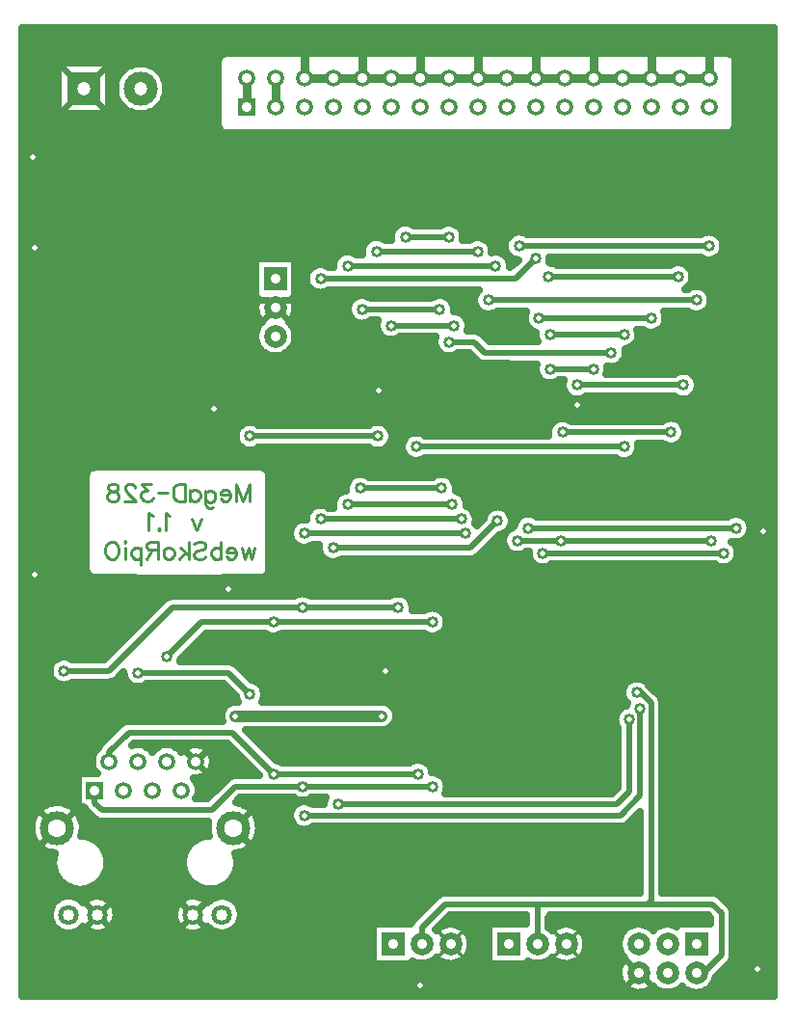
<source format=gbr>
G04 DipTrace 3.0.0.1*
G04 Bottom.gbr*
%MOMM*%
G04 #@! TF.FileFunction,Copper,L2,Bot*
G04 #@! TF.Part,Single*
%ADD47C,0.48567*%
%ADD49C,0.9*%
%ADD50C,1.6*%
%ADD51C,1.02*%
%ADD52C,0.889*%
%ADD53C,1.2*%
G04 #@! TA.AperFunction,Conductor*
%ADD13C,0.6*%
%ADD14C,1.0*%
%ADD15C,0.8*%
%ADD16C,0.5*%
G04 #@! TA.AperFunction,CopperBalancing*
%ADD17C,0.635*%
%ADD18C,0.3*%
G04 #@! TA.AperFunction,ComponentPad*
%ADD30R,1.5X1.5*%
%ADD31C,1.5*%
%ADD32C,3.0*%
%ADD33C,1.8*%
%ADD39R,1.4986X1.4986*%
%ADD40C,1.4986*%
%ADD41R,2.0X2.0*%
%ADD42C,2.0*%
%ADD43R,3.0X3.0*%
G04 #@! TA.AperFunction,ViaPad*
%ADD46C,1.016X0.48567*%
%ADD98C,0.23529*%
%FSLAX35Y35*%
G04*
G71*
G90*
G75*
G01*
G04 Bottom*
%LPD*%
X2301873Y-761960D2*
D15*
Y-1016000D1*
X2206857Y-6366543D2*
D14*
X3492500D1*
X6255407Y-8621003D2*
D13*
X6317373D1*
D16*
X6477000Y-8461377D1*
Y-8096420D1*
X6398297Y-8017717D1*
X5825283D1*
X5857873Y-7985127D1*
Y-6254750D1*
X5746750Y-6143627D1*
D13*
X5730877Y-6159500D1*
X3456690Y-3909310D2*
D16*
X2333623D1*
X2555873Y-1015960D2*
D15*
Y-761960D1*
X3842180Y-8367003D2*
D16*
X3842153Y-8366977D1*
Y-8224113D1*
X4048550Y-8017717D1*
X4858233D1*
X5825283D1*
X4858233Y-8367003D2*
Y-8017717D1*
X2809877Y-4763000D2*
X4223193D1*
X5747407Y-8621003D2*
D13*
X5572790Y-8446387D1*
X5525080D1*
X5747407Y-8621003D2*
X5874367Y-8747963D1*
Y-8779797D1*
X5747407Y-8621003D2*
X5604490Y-8763920D1*
X2809873Y-761960D2*
D15*
X3063873D1*
X3317873D1*
X3571873D1*
X3825873D1*
X4079873D1*
X4333873D2*
X4079873D1*
X4333873D2*
X4587873D1*
X4841873D2*
X4587873D1*
X4841873D2*
X5095873D1*
X5349873D1*
X5603873D2*
X5349873D1*
X5857873D2*
X5603873D1*
X6111873D2*
X5857873D1*
X6365873D2*
X6111873D1*
X2809873D2*
Y-460720D1*
X3317873D1*
X3825873D1*
X4333873D1*
X4841873D1*
X5349873D1*
X5857873D1*
X6365873D1*
Y-761960D1*
X3317873D2*
Y-460720D1*
X3825873Y-761960D2*
Y-460720D1*
X4333873Y-761960D2*
Y-460720D1*
X4841873Y-761960D2*
Y-460720D1*
X5349873Y-761960D2*
Y-460720D1*
X5857873Y-761960D2*
Y-460720D1*
X1832477Y-8109487D2*
D13*
X1968707Y-8245717D1*
Y-8287620D1*
X1832477Y-8109487D2*
X1968707Y-7973257D1*
X1832477Y-8109487D2*
X1677200Y-7954210D1*
X1667050D1*
X1832477Y-8109487D2*
X1717850Y-8224113D1*
X1667050D1*
X993477Y-8109487D2*
X1139857Y-8255867D1*
X1190750D1*
X993477Y-8109487D2*
X1143120Y-7959843D1*
Y-7922457D1*
X993477Y-8109487D2*
X841463Y-7957473D1*
X993477Y-8109487D2*
X862973Y-8239990D1*
X2187477Y-7347487D2*
X2397377Y-7137587D1*
Y-7128623D1*
X2187477Y-7347487D2*
X2397377Y-7557387D1*
Y-7604923D1*
X638477Y-7347487D2*
X793833Y-7192130D1*
Y-7160377D1*
X638477Y-7347487D2*
X428670Y-7557293D1*
Y-7620800D1*
X638477Y-7347487D2*
X403737Y-7112747D1*
X381040D1*
X1857477Y-6763487D2*
X1746313Y-6652323D1*
X1730557D1*
X1857477Y-6763487D2*
X1952763Y-6668200D1*
X2000460D1*
X1857477Y-6763487D2*
X1984463Y-6890473D1*
X2000460D1*
X873127Y-857250D2*
X619010Y-1111367D1*
X603313D1*
X873127Y-857250D2*
X1095490Y-1079613D1*
X873127Y-857250D2*
X1079433Y-650943D1*
X1095490D1*
X873127Y-857250D2*
X682697Y-666820D1*
Y-650943D1*
X2555873Y-2778123D2*
X2699057Y-2921307D1*
X2730787D1*
X2555873Y-2778123D2*
X2428567Y-2905430D1*
X2397377D1*
X2555873Y-2778123D2*
X2619087Y-2714910D1*
X2746663D1*
X2555873Y-2778123D2*
X2492660Y-2714910D1*
X2365623D1*
X3571877Y-2936877D2*
D16*
X4127503D1*
X4080303Y-3080073D2*
X4302577D1*
X4397837Y-3175333D1*
X5509203D1*
X4079877Y-2159227D2*
X3699263D1*
X4333877Y-2286000D2*
X3445237D1*
X3302000Y-4366083D2*
X4016797D1*
X4112057Y-4508973D2*
X3191210D1*
Y-2413253D2*
X4493097D1*
X4191440Y-4635987D2*
X2952750D1*
Y-2524390D2*
X4667740D1*
X4842383Y-2349747D1*
X3063877Y-4890013D2*
X4270823D1*
X4508123Y-4652713D1*
X3317877Y-2794000D2*
X4000500D1*
X4968873Y-3317873D2*
X5349877D1*
X4968873Y-3016250D2*
X5619750D1*
X4873323Y-2873677D2*
X5857877D1*
X4953520Y-2508513D2*
X6096640D1*
X4699730Y-2238377D2*
X6365873D1*
X4683123Y-4826000D2*
X5064127D1*
X6381750D1*
X4778373Y-4714873D2*
X6604000D1*
X4907513Y-4934987D2*
X6492873D1*
X6255407Y-2714910D2*
X4429127D1*
X5080000Y-3873500D2*
X6032500D1*
X5207000Y-3460750D2*
X6143623D1*
X1095477Y-6763487D2*
Y-6683273D1*
X1269317Y-6509433D1*
X2175560D1*
X2540000Y-6873873D1*
X3810000D1*
X968477Y-7017487D2*
Y-7127980D1*
X1031873Y-7191377D1*
X2000250D1*
X2206627Y-6985000D1*
X2794857D1*
X3937000D1*
X3794523Y-4000920D2*
X5620340D1*
X2794000Y-5413377D2*
X3635377D1*
X2794000D2*
X1651740D1*
X1095490Y-5969627D1*
X698573D1*
X3937000Y-5540377D2*
X2540000D1*
X1905000D1*
X1603377Y-5842000D1*
X1349477Y-5984877D2*
X2143127D1*
X2333623Y-6175373D1*
X3108937Y-7143750D2*
X5556253D1*
X5667377Y-7032627D1*
Y-6397627D1*
X2810170Y-7239000D2*
X5588000D1*
X5762623Y-7064377D1*
Y-6302373D1*
D46*
X2206857Y-6366543D3*
X3492500D3*
X5730877Y-6159500D3*
X3456690Y-3909310D3*
X2333623D3*
X3492500Y-6366543D3*
X2809877Y-4763000D3*
X4223193D3*
X3571877Y-2936877D3*
X4127503D3*
X4080303Y-3080073D3*
X5509203Y-3175333D3*
X4079877Y-2159227D3*
X3699263D3*
X4333877Y-2286000D3*
X3445237D3*
X3302000Y-4366083D3*
X4016797D3*
X4112057Y-4508973D3*
X3191210D3*
Y-2413253D3*
X4493097D3*
X4191440Y-4635987D3*
X2952750D3*
Y-2524390D3*
X4842383Y-2349747D3*
X3063877Y-4890013D3*
X4508123Y-4652713D3*
X3317877Y-2794000D3*
X4000500D3*
X4968873Y-3317873D3*
X5349877D3*
X4968873Y-3016250D3*
X5619750D3*
X4873323Y-2873677D3*
X5857877D3*
X4953520Y-2508513D3*
X6096640D3*
X4699730Y-2238377D3*
X6365873D3*
X4683123Y-4826000D3*
X6381750D3*
X5064127D3*
X6604000Y-4714873D3*
X4778373D3*
X4907513Y-4934987D3*
X6492873D3*
X6255407Y-2714910D3*
X4429127D3*
X5080000Y-3873500D3*
X6032500D3*
X5207000Y-3460750D3*
X6143623D3*
X2540000Y-6873873D3*
X3810000D3*
X3937000Y-6985000D3*
X2794857D3*
X3794523Y-4000920D3*
X5620340D3*
X2794000Y-5413377D3*
X3635377D3*
X698573Y-5969627D3*
X2794000Y-5413377D3*
X3937000Y-5540377D3*
X2540000D3*
X1603377Y-5842000D3*
X1349477Y-5984877D3*
X2333623Y-6175373D3*
X3108937Y-7143750D3*
X5667377Y-6397627D3*
X2810170Y-7239000D3*
X5762623Y-6302373D3*
X2016337Y-3667510D3*
X3461113Y-3508743D3*
X6842843Y-4747123D3*
X6795213Y-8589277D3*
X444547Y-5128163D3*
Y-2254487D3*
X428670Y-1460653D3*
X5207547Y-3635757D3*
X3524620Y-5969627D3*
X2143350Y-5255177D3*
X3826277Y-8732167D3*
X342287Y-383167D2*
D17*
X6928500D1*
X342287Y-446333D2*
X6928500D1*
X342287Y-509500D2*
X6928500D1*
X342287Y-572667D2*
X2063183D1*
X6589593D2*
X6928500D1*
X342287Y-635833D2*
X642497D1*
X1103790D2*
X1330950D1*
X1415213D2*
X2046813D1*
X6605963D2*
X6928500D1*
X342287Y-699000D2*
X642497D1*
X1103790D2*
X1207797D1*
X1538367D2*
X2046813D1*
X6605963D2*
X6928500D1*
X342287Y-762167D2*
X642497D1*
X1103790D2*
X1163643D1*
X1582643D2*
X2046813D1*
X6605963D2*
X6928500D1*
X342287Y-825333D2*
X642497D1*
X1103790D2*
X1144790D1*
X1601497D2*
X2046813D1*
X6605963D2*
X6928500D1*
X342287Y-888500D2*
X642497D1*
X1103790D2*
X1144667D1*
X1601620D2*
X2046813D1*
X6605963D2*
X6928500D1*
X342287Y-951667D2*
X642497D1*
X1103790D2*
X1163270D1*
X1582893D2*
X2046813D1*
X6605963D2*
X6928500D1*
X342287Y-1014833D2*
X642497D1*
X1103790D2*
X1207177D1*
X1539110D2*
X2046813D1*
X6605963D2*
X6928500D1*
X342287Y-1078000D2*
X642497D1*
X1103790D2*
X1327107D1*
X1419180D2*
X2046813D1*
X6605963D2*
X6928500D1*
X342287Y-1141167D2*
X2046813D1*
X6605963D2*
X6928500D1*
X342287Y-1204333D2*
X2052890D1*
X6599887D2*
X6928500D1*
X342287Y-1267500D2*
X6928500D1*
X342287Y-1330667D2*
X6928500D1*
X342287Y-1393833D2*
X6928500D1*
X342287Y-1457000D2*
X6928500D1*
X342287Y-1520167D2*
X6928500D1*
X342287Y-1583333D2*
X6928500D1*
X342287Y-1646500D2*
X6928500D1*
X342287Y-1709667D2*
X6928500D1*
X342287Y-1772833D2*
X6928500D1*
X342287Y-1836000D2*
X6928500D1*
X342287Y-1899167D2*
X6928500D1*
X342287Y-1962333D2*
X6928500D1*
X342287Y-2025500D2*
X6928500D1*
X342287Y-2088667D2*
X3589667D1*
X4189493D2*
X6928500D1*
X342287Y-2151833D2*
X3568087D1*
X4211073D2*
X4603060D1*
X6462593D2*
X6928500D1*
X342287Y-2215000D2*
X3335913D1*
X4443243D2*
X4570443D1*
X6495087D2*
X6928500D1*
X342287Y-2278167D2*
X3314087D1*
X4465073D2*
X4574783D1*
X6490870D2*
X6928500D1*
X342287Y-2341333D2*
X3082533D1*
X4973570D2*
X6288540D1*
X6443247D2*
X6928500D1*
X342287Y-2404500D2*
X2375227D1*
X2736557D2*
X2910760D1*
X2994773D2*
X3060087D1*
X5029380D2*
X6020773D1*
X6172503D2*
X6928500D1*
X342287Y-2467667D2*
X2375227D1*
X2736557D2*
X2834860D1*
X6221243D2*
X6928500D1*
X342287Y-2530833D2*
X2375227D1*
X2736557D2*
X2821463D1*
X6226080D2*
X6928500D1*
X342287Y-2594000D2*
X2375227D1*
X2736557D2*
X2842423D1*
X6293797D2*
X6928500D1*
X342287Y-2657167D2*
X2375227D1*
X2736557D2*
X4311853D1*
X6372677D2*
X6928500D1*
X342287Y-2720333D2*
X2385150D1*
X2726637D2*
X3210403D1*
X4108010D2*
X4297840D1*
X6386690D2*
X6928500D1*
X342287Y-2783500D2*
X2375353D1*
X2736433D2*
X3186837D1*
X4131450D2*
X4318180D1*
X6366353D2*
X6928500D1*
X342287Y-2846667D2*
X2389243D1*
X2722420D2*
X3198123D1*
X4220497D2*
X4744820D1*
X5986343D2*
X6928500D1*
X342287Y-2909833D2*
X2425333D1*
X2686453D2*
X3264353D1*
X3371433D2*
X3443443D1*
X4255970D2*
X4747177D1*
X5983987D2*
X6928500D1*
X342287Y-2973000D2*
X2385523D1*
X2726140D2*
X3445797D1*
X4253613D2*
X4790957D1*
X5743507D2*
X5775477D1*
X5940207D2*
X6928500D1*
X342287Y-3036167D2*
X2375227D1*
X2736433D2*
X3489453D1*
X4405417D2*
X4839077D1*
X5749583D2*
X6928500D1*
X342287Y-3099333D2*
X2388747D1*
X2723040D2*
X3950327D1*
X5719570D2*
X6928500D1*
X342287Y-3162500D2*
X2433890D1*
X2677893D2*
X3979843D1*
X5639947D2*
X6928500D1*
X342287Y-3225667D2*
X4301437D1*
X5630023D2*
X6928500D1*
X342287Y-3288833D2*
X4840813D1*
X5568137D2*
X6928500D1*
X342287Y-3352000D2*
X4842177D1*
X5476607D2*
X6075467D1*
X6211820D2*
X6928500D1*
X342287Y-3415167D2*
X4883850D1*
X6266513D2*
X6928500D1*
X342287Y-3478333D2*
X5076830D1*
X6273830D2*
X6928500D1*
X342287Y-3541500D2*
X5105107D1*
X6245553D2*
X6928500D1*
X342287Y-3604667D2*
X6928500D1*
X342287Y-3667833D2*
X6928500D1*
X342287Y-3731000D2*
X6928500D1*
X342287Y-3794167D2*
X2278367D1*
X2388797D2*
X3401397D1*
X3511953D2*
X4976990D1*
X6135543D2*
X6928500D1*
X342287Y-3857333D2*
X2213500D1*
X3576817D2*
X4949583D1*
X6162830D2*
X6928500D1*
X342287Y-3920500D2*
X2202710D1*
X3587607D2*
X3692357D1*
X6154767D2*
X6928500D1*
X342287Y-3983667D2*
X2226647D1*
X3563670D2*
X3664327D1*
X5750577D2*
X5966947D1*
X6098090D2*
X6928500D1*
X342287Y-4046833D2*
X3671770D1*
X5743010D2*
X6928500D1*
X342287Y-4110000D2*
X3726960D1*
X3862070D2*
X5552707D1*
X5687943D2*
X6928500D1*
X342287Y-4173167D2*
X6928500D1*
X342287Y-4236333D2*
X890047D1*
X2507240D2*
X6928500D1*
X342287Y-4299500D2*
X887690D1*
X2509470D2*
X3189813D1*
X4129093D2*
X6928500D1*
X342287Y-4362667D2*
X887690D1*
X2509470D2*
X3170590D1*
X4148193D2*
X6928500D1*
X342287Y-4425833D2*
X887813D1*
X2509470D2*
X3091340D1*
X4211817D2*
X6928500D1*
X342287Y-4489000D2*
X887813D1*
X2509470D2*
X3061327D1*
X4241830D2*
X6928500D1*
X342287Y-4552167D2*
X887813D1*
X2509470D2*
X2853587D1*
X4290697D2*
X4427320D1*
X4588847D2*
X6928500D1*
X342287Y-4615333D2*
X887813D1*
X2509470D2*
X2823077D1*
X4321207D2*
X4382423D1*
X4633867D2*
X4696327D1*
X4860460D2*
X6521950D1*
X6686083D2*
X6928500D1*
X342287Y-4678500D2*
X887813D1*
X2509470D2*
X2711330D1*
X6729990D2*
X6928500D1*
X342287Y-4741667D2*
X887813D1*
X2509470D2*
X2680327D1*
X6732593D2*
X6928500D1*
X342287Y-4804833D2*
X887813D1*
X2509470D2*
X2685660D1*
X4502777D2*
X4553450D1*
X6697247D2*
X6928500D1*
X342287Y-4868000D2*
X887813D1*
X2509470D2*
X2735517D1*
X2884270D2*
X2934450D1*
X4439647D2*
X4558910D1*
X6604850D2*
X6928500D1*
X342287Y-4931167D2*
X887813D1*
X2509470D2*
X2939410D1*
X4376397D2*
X4609013D1*
X6624197D2*
X6928500D1*
X342287Y-4994333D2*
X887813D1*
X2509470D2*
X2988523D1*
X3139263D2*
X4791080D1*
X6609313D2*
X6928500D1*
X342287Y-5057500D2*
X887813D1*
X2509470D2*
X4875913D1*
X4939140D2*
X6461303D1*
X6524530D2*
X6928500D1*
X342287Y-5120667D2*
X899847D1*
X2497440D2*
X6928500D1*
X342287Y-5183833D2*
X6928500D1*
X342287Y-5247000D2*
X6928500D1*
X342287Y-5310167D2*
X2716913D1*
X2871000D2*
X3558410D1*
X3712373D2*
X6928500D1*
X342287Y-5373333D2*
X1545013D1*
X3760247D2*
X6928500D1*
X342287Y-5436500D2*
X1481887D1*
X3764713D2*
X3860903D1*
X4013007D2*
X6928500D1*
X342287Y-5499667D2*
X1418637D1*
X4061623D2*
X6928500D1*
X342287Y-5562833D2*
X1355507D1*
X4066460D2*
X6928500D1*
X342287Y-5626000D2*
X1292380D1*
X4034587D2*
X6928500D1*
X342287Y-5689167D2*
X1229127D1*
X1902997D2*
X6928500D1*
X342287Y-5752333D2*
X1166000D1*
X1839867D2*
X6928500D1*
X342287Y-5815500D2*
X1102870D1*
X1776617D2*
X6928500D1*
X342287Y-5878667D2*
X606407D1*
X1729363D2*
X6928500D1*
X342287Y-5941833D2*
X570313D1*
X2246790D2*
X6928500D1*
X342287Y-6005000D2*
X572300D1*
X2310040D2*
X6928500D1*
X342287Y-6068167D2*
X615210D1*
X1114083D2*
X1249840D1*
X2404423D2*
X5639030D1*
X5825113D2*
X6928500D1*
X342287Y-6131333D2*
X2142807D1*
X2457010D2*
X5602690D1*
X5881173D2*
X6928500D1*
X342287Y-6194500D2*
X2203703D1*
X2463583D2*
X5604427D1*
X5943183D2*
X6928500D1*
X342287Y-6257667D2*
X2138963D1*
X3560447D2*
X5639400D1*
X5963523D2*
X6928500D1*
X342287Y-6320833D2*
X2084020D1*
X3615263D2*
X5562257D1*
X5963523D2*
X6928500D1*
X342287Y-6384000D2*
X2076580D1*
X3622707D2*
X5536710D1*
X5963523D2*
X6928500D1*
X342287Y-6447167D2*
X1184850D1*
X3594553D2*
X5546137D1*
X5963523D2*
X6928500D1*
X342287Y-6510333D2*
X1121600D1*
X2323187D2*
X5561763D1*
X5963523D2*
X6928500D1*
X342287Y-6573500D2*
X1058470D1*
X2386440D2*
X5561763D1*
X5963523D2*
X6928500D1*
X342287Y-6636667D2*
X1001420D1*
X1434560D2*
X1518350D1*
X1688560D2*
X1772350D1*
X1942560D2*
X2156080D1*
X2449567D2*
X5561763D1*
X5963523D2*
X6928500D1*
X342287Y-6699833D2*
X954043D1*
X1998867D2*
X2219207D1*
X2512697D2*
X5561763D1*
X5963523D2*
X6928500D1*
X342287Y-6763000D2*
X939780D1*
X2013130D2*
X2282333D1*
X2604223D2*
X3745687D1*
X3874223D2*
X5561763D1*
X5963523D2*
X6928500D1*
X342287Y-6826167D2*
X953670D1*
X1999363D2*
X2345587D1*
X3932020D2*
X5561763D1*
X5963523D2*
X6928500D1*
X342287Y-6889333D2*
X812780D1*
X1944173D2*
X2173690D1*
X4023920D2*
X5561763D1*
X5963523D2*
X6928500D1*
X342287Y-6952500D2*
X812780D1*
X1871247D2*
X2092330D1*
X4064103D2*
X5561763D1*
X5963523D2*
X6928500D1*
X342287Y-7015667D2*
X812780D1*
X1886130D2*
X2029203D1*
X4064600D2*
X5537577D1*
X5963523D2*
X6928500D1*
X342287Y-7078833D2*
X812780D1*
X1872983D2*
X1966073D1*
X5963523D2*
X6928500D1*
X342287Y-7142000D2*
X542287D1*
X734697D2*
X812780D1*
X2283747D2*
X2724850D1*
X5963523D2*
X6928500D1*
X342287Y-7205167D2*
X458817D1*
X818163D2*
X898853D1*
X2367217D2*
X2683427D1*
X5963523D2*
X6928500D1*
X342287Y-7268333D2*
X422230D1*
X854627D2*
X962723D1*
X2403680D2*
X2682187D1*
X5705430D2*
X5752263D1*
X5963523D2*
X6928500D1*
X342287Y-7331500D2*
X408463D1*
X868517D2*
X1957393D1*
X2417570D2*
X2719640D1*
X5630397D2*
X5752263D1*
X5963523D2*
X6928500D1*
X342287Y-7394667D2*
X412807D1*
X864053D2*
X1961857D1*
X2413103D2*
X5752263D1*
X5963523D2*
X6928500D1*
X342287Y-7457833D2*
X436867D1*
X982617D2*
X1843290D1*
X2389043D2*
X5752263D1*
X5963523D2*
X6928500D1*
X342287Y-7521000D2*
X489947D1*
X1044753D2*
X1781157D1*
X2335963D2*
X5752263D1*
X5963523D2*
X6928500D1*
X342287Y-7584167D2*
X608390D1*
X1074520D2*
X1751390D1*
X2217520D2*
X5752263D1*
X5963523D2*
X6928500D1*
X342287Y-7647333D2*
X598343D1*
X1084567D2*
X1741343D1*
X2227567D2*
X5752263D1*
X5963523D2*
X6928500D1*
X342287Y-7710500D2*
X605537D1*
X1077373D2*
X1748537D1*
X2220373D2*
X5752263D1*
X5963523D2*
X6928500D1*
X342287Y-7773667D2*
X631707D1*
X1051203D2*
X1774707D1*
X2194203D2*
X5752263D1*
X5963523D2*
X6928500D1*
X342287Y-7836833D2*
X686523D1*
X996383D2*
X1829523D1*
X2139383D2*
X5752263D1*
X5963523D2*
X6928500D1*
X342287Y-7900000D2*
X5752263D1*
X5963523D2*
X6928500D1*
X342287Y-7963167D2*
X658370D1*
X820520D2*
X912370D1*
X1074520D2*
X1751390D1*
X1913537D2*
X2005390D1*
X2167537D2*
X3955040D1*
X6490500D2*
X6928500D1*
X342287Y-8026333D2*
X591400D1*
X1141493D2*
X1684417D1*
X2234510D2*
X3891910D1*
X6553627D2*
X6928500D1*
X342287Y-8089500D2*
X570067D1*
X1162950D2*
X1663087D1*
X2255843D2*
X3828783D1*
X6582400D2*
X6928500D1*
X342287Y-8152667D2*
X574657D1*
X1158360D2*
X1667673D1*
X2251377D2*
X3765530D1*
X4059143D2*
X4752633D1*
X4963893D2*
X6371387D1*
X6582650D2*
X6928500D1*
X342287Y-8215833D2*
X607893D1*
X1124997D2*
X1700913D1*
X2218017D2*
X3407473D1*
X4189243D2*
X4423600D1*
X4963893D2*
X5019160D1*
X5205367D2*
X5654283D1*
X5840493D2*
X5908283D1*
X6582650D2*
X6928500D1*
X342287Y-8279000D2*
X3407473D1*
X4252867D2*
X4423600D1*
X5268993D2*
X5590660D1*
X6582650D2*
X6928500D1*
X342287Y-8342167D2*
X3407473D1*
X4274943D2*
X4423600D1*
X5291070D2*
X5568583D1*
X6582650D2*
X6928500D1*
X342287Y-8405333D2*
X3407473D1*
X4272463D2*
X4423600D1*
X5288587D2*
X5571063D1*
X6582650D2*
X6928500D1*
X342287Y-8468500D2*
X3407473D1*
X4244187D2*
X4423600D1*
X5260310D2*
X5599340D1*
X6582400D2*
X6928500D1*
X342287Y-8531667D2*
X3407473D1*
X3905603D2*
X4032677D1*
X4159603D2*
X4423600D1*
X4921727D2*
X5048800D1*
X5175727D2*
X5591403D1*
X6553503D2*
X6928500D1*
X342287Y-8594833D2*
X5568707D1*
X6490250D2*
X6928500D1*
X342287Y-8658000D2*
X5570693D1*
X6432083D2*
X6928500D1*
X342287Y-8721167D2*
X5598473D1*
X6404427D2*
X6928500D1*
X342287Y-8784333D2*
X5680203D1*
X5814570D2*
X5934203D1*
X6068570D2*
X6188203D1*
X6322570D2*
X6928500D1*
X850937Y-6868197D2*
X988973D1*
X974700Y-6851237D1*
X962457Y-6831263D1*
X953493Y-6809620D1*
X948023Y-6786840D1*
X946187Y-6763487D1*
X948023Y-6740133D1*
X953493Y-6717353D1*
X962457Y-6695710D1*
X974700Y-6675737D1*
X989913Y-6657923D1*
X1003743Y-6645277D1*
X1010817Y-6631393D1*
X1019977Y-6618790D1*
X1199107Y-6439223D1*
X1210957Y-6429107D1*
X1224240Y-6420967D1*
X1238633Y-6415003D1*
X1253783Y-6411367D1*
X1269317Y-6410143D1*
X2089733D1*
X2085223Y-6395747D1*
X2082153Y-6376357D1*
Y-6356730D1*
X2085223Y-6337340D1*
X2091290Y-6318673D1*
X2100200Y-6301183D1*
X2111737Y-6285303D1*
X2125617Y-6271423D1*
X2141497Y-6259887D1*
X2158987Y-6250977D1*
X2177653Y-6244910D1*
X2197043Y-6241840D1*
X2220140Y-6242250D1*
X2226967Y-6240733D1*
X2218057Y-6223243D1*
X2211990Y-6204577D1*
X2209707Y-6191857D1*
X2101963Y-6084130D1*
X1425650Y-6084167D1*
X1406267Y-6096333D1*
X1388130Y-6103843D1*
X1369047Y-6108427D1*
X1349477Y-6109967D1*
X1329907Y-6108427D1*
X1310823Y-6103843D1*
X1292687Y-6096333D1*
X1275950Y-6086077D1*
X1261023Y-6073330D1*
X1248277Y-6058403D1*
X1238020Y-6041667D1*
X1230510Y-6023530D1*
X1225927Y-6004447D1*
X1224540Y-5981003D1*
X1159973Y-6045127D1*
X1147370Y-6054287D1*
X1133487Y-6061360D1*
X1118670Y-6066173D1*
X1103280Y-6068610D1*
X809740Y-6068917D1*
X774640D1*
X755363Y-6081083D1*
X737227Y-6088593D1*
X718143Y-6093177D1*
X698573Y-6094717D1*
X679003Y-6093177D1*
X659920Y-6088593D1*
X641783Y-6081083D1*
X625047Y-6070827D1*
X610120Y-6058080D1*
X597373Y-6043153D1*
X587117Y-6026417D1*
X579607Y-6008280D1*
X575023Y-5989197D1*
X573483Y-5969627D1*
X575023Y-5950057D1*
X579607Y-5930973D1*
X587117Y-5912837D1*
X597373Y-5896100D1*
X610120Y-5881173D1*
X625047Y-5868427D1*
X641783Y-5858170D1*
X659920Y-5850660D1*
X679003Y-5846077D1*
X698573Y-5844537D1*
X718143Y-5846077D1*
X737227Y-5850660D1*
X755363Y-5858170D1*
X774540Y-5870350D1*
X1054397Y-5870337D1*
X1587257Y-5337877D1*
X1599860Y-5328717D1*
X1613743Y-5321643D1*
X1628560Y-5316830D1*
X1643950Y-5314393D1*
X1937490Y-5314087D1*
X2717970D1*
X2737210Y-5301920D1*
X2755347Y-5294410D1*
X2774430Y-5289827D1*
X2794000Y-5288287D1*
X2813570Y-5289827D1*
X2832653Y-5294410D1*
X2850790Y-5301920D1*
X2869967Y-5314100D1*
X3559350Y-5314087D1*
X3578587Y-5301920D1*
X3596723Y-5294410D1*
X3615807Y-5289827D1*
X3635377Y-5288287D1*
X3654947Y-5289827D1*
X3674030Y-5294410D1*
X3692167Y-5301920D1*
X3708903Y-5312177D1*
X3723830Y-5324923D1*
X3736577Y-5339850D1*
X3746833Y-5356587D1*
X3754343Y-5374723D1*
X3758927Y-5393807D1*
X3760467Y-5413377D1*
X3758927Y-5432947D1*
X3757303Y-5441110D1*
X3860973Y-5441087D1*
X3880210Y-5428920D1*
X3898347Y-5421410D1*
X3917430Y-5416827D1*
X3937000Y-5415287D1*
X3956570Y-5416827D1*
X3975653Y-5421410D1*
X3993790Y-5428920D1*
X4010527Y-5439177D1*
X4025453Y-5451923D1*
X4038200Y-5466850D1*
X4048457Y-5483587D1*
X4055967Y-5501723D1*
X4060550Y-5520807D1*
X4062090Y-5540377D1*
X4060550Y-5559947D1*
X4055967Y-5579030D1*
X4048457Y-5597167D1*
X4038200Y-5613903D1*
X4025453Y-5628830D1*
X4010527Y-5641577D1*
X3993790Y-5651833D1*
X3975653Y-5659343D1*
X3956570Y-5663927D1*
X3937000Y-5665467D1*
X3917430Y-5663927D1*
X3898347Y-5659343D1*
X3880210Y-5651833D1*
X3861033Y-5639653D1*
X2616027Y-5639667D1*
X2596790Y-5651833D1*
X2578653Y-5659343D1*
X2559570Y-5663927D1*
X2540000Y-5665467D1*
X2520430Y-5663927D1*
X2501347Y-5659343D1*
X2483210Y-5651833D1*
X2464033Y-5639653D1*
X1946053Y-5639667D1*
X1727463Y-5858330D1*
X1722343Y-5880653D1*
X1720527Y-5885587D1*
X2150917Y-5885893D1*
X2166307Y-5888330D1*
X2181123Y-5893143D1*
X2195007Y-5900217D1*
X2207610Y-5909377D1*
X2350057Y-6051390D1*
X2372277Y-6056407D1*
X2390413Y-6063917D1*
X2407150Y-6074173D1*
X2422077Y-6086920D1*
X2434823Y-6101847D1*
X2445080Y-6118583D1*
X2452590Y-6136720D1*
X2457173Y-6155803D1*
X2458713Y-6175373D1*
X2457173Y-6194943D1*
X2452590Y-6214027D1*
X2445080Y-6232163D1*
X2439277Y-6242233D1*
X3482687Y-6241840D1*
X3502313D1*
X3521703Y-6244910D1*
X3540370Y-6250977D1*
X3557860Y-6259887D1*
X3573740Y-6271423D1*
X3587620Y-6285303D1*
X3599157Y-6301183D1*
X3608067Y-6318673D1*
X3614133Y-6337340D1*
X3617203Y-6356730D1*
Y-6376357D1*
X3614133Y-6395747D1*
X3608067Y-6414413D1*
X3599157Y-6431903D1*
X3587620Y-6447783D1*
X3573740Y-6461663D1*
X3557860Y-6473200D1*
X3540370Y-6482110D1*
X3521703Y-6488177D1*
X3502313Y-6491247D1*
X3479217Y-6490837D1*
X2297287Y-6490833D1*
X2556483Y-6749937D1*
X2578653Y-6754907D1*
X2596790Y-6762417D1*
X2615967Y-6774597D1*
X3733973Y-6774583D1*
X3753210Y-6762417D1*
X3771347Y-6754907D1*
X3790430Y-6750323D1*
X3810000Y-6748783D1*
X3829570Y-6750323D1*
X3848653Y-6754907D1*
X3866790Y-6762417D1*
X3883527Y-6772673D1*
X3898453Y-6785420D1*
X3911200Y-6800347D1*
X3921457Y-6817083D1*
X3928967Y-6835220D1*
X3933550Y-6854303D1*
X3934213Y-6859907D1*
X3956570Y-6861450D1*
X3975653Y-6866033D1*
X3993790Y-6873543D1*
X4010527Y-6883800D1*
X4025453Y-6896547D1*
X4038200Y-6911473D1*
X4048457Y-6928210D1*
X4055967Y-6946347D1*
X4060550Y-6965430D1*
X4062090Y-6985000D1*
X4060550Y-7004570D1*
X4055967Y-7023653D1*
X4046973Y-7044433D1*
X5515117Y-7044460D1*
X5568043Y-6991543D1*
X5568087Y-6473653D1*
X5555920Y-6454417D1*
X5548410Y-6436280D1*
X5543827Y-6417197D1*
X5542287Y-6397627D1*
X5543827Y-6378057D1*
X5548410Y-6358973D1*
X5555920Y-6340837D1*
X5566177Y-6324100D1*
X5578923Y-6309173D1*
X5593850Y-6296427D1*
X5610587Y-6286170D1*
X5628723Y-6278660D1*
X5640470Y-6275537D1*
X5647057Y-6254503D1*
X5647747Y-6253007D1*
X5635757Y-6240740D1*
X5624220Y-6224860D1*
X5615310Y-6207370D1*
X5609243Y-6188703D1*
X5606173Y-6169313D1*
Y-6149687D1*
X5609243Y-6130297D1*
X5615310Y-6111630D1*
X5624220Y-6094140D1*
X5635757Y-6078260D1*
X5649637Y-6064380D1*
X5665517Y-6052843D1*
X5683007Y-6043933D1*
X5701673Y-6037867D1*
X5721063Y-6034797D1*
X5740690D1*
X5760080Y-6037867D1*
X5782407Y-6045620D1*
X5801240Y-6054703D1*
X5814480Y-6064323D1*
X5826053Y-6075897D1*
X5835673Y-6089137D1*
X5839470Y-6095917D1*
X5933373Y-6190267D1*
X5942533Y-6202870D1*
X5949607Y-6216753D1*
X5954420Y-6231570D1*
X5956857Y-6246960D1*
X5957163Y-6540500D1*
Y-7918523D1*
X6406087Y-7918733D1*
X6421477Y-7921170D1*
X6436293Y-7925983D1*
X6450177Y-7933057D1*
X6462780Y-7942217D1*
X6547210Y-8026210D1*
X6557327Y-8038060D1*
X6565467Y-8051343D1*
X6571430Y-8065737D1*
X6575067Y-8080887D1*
X6576290Y-8096420D1*
X6575983Y-8469167D1*
X6573547Y-8484557D1*
X6568733Y-8499373D1*
X6561660Y-8513257D1*
X6552500Y-8525860D1*
X6426977Y-8651820D1*
X6421167Y-8674863D1*
X6410700Y-8700130D1*
X6396410Y-8723450D1*
X6378647Y-8744243D1*
X6357853Y-8762007D1*
X6334533Y-8776297D1*
X6309267Y-8786763D1*
X6282670Y-8793147D1*
X6255407Y-8795293D1*
X6228143Y-8793147D1*
X6201547Y-8786763D1*
X6176280Y-8776297D1*
X6152960Y-8762007D1*
X6132167Y-8744243D1*
X6128500Y-8740280D1*
X6114600Y-8753533D1*
X6092473Y-8769610D1*
X6068103Y-8782027D1*
X6042093Y-8790477D1*
X6015080Y-8794757D1*
X5987733D1*
X5960720Y-8790477D1*
X5934710Y-8782027D1*
X5910340Y-8769610D1*
X5888213Y-8753533D1*
X5874500Y-8740280D1*
X5859207Y-8754713D1*
X5838603Y-8769530D1*
X5816067Y-8781200D1*
X5792077Y-8789473D1*
X5767140Y-8794173D1*
X5741783Y-8795203D1*
X5716543Y-8792540D1*
X5691960Y-8786240D1*
X5668553Y-8776437D1*
X5646817Y-8763337D1*
X5627213Y-8747220D1*
X5610160Y-8728430D1*
X5596013Y-8707360D1*
X5585080Y-8684460D1*
X5577583Y-8660213D1*
X5573690Y-8635137D1*
X5573480Y-8609760D1*
X5576957Y-8584620D1*
X5584047Y-8560253D1*
X5594600Y-8537177D1*
X5608393Y-8515873D1*
X5625133Y-8496800D1*
X5628067Y-8494017D1*
X5614877Y-8480197D1*
X5598800Y-8458070D1*
X5586383Y-8433700D1*
X5577933Y-8407690D1*
X5573653Y-8380677D1*
Y-8353330D1*
X5577933Y-8326317D1*
X5586383Y-8300307D1*
X5598800Y-8275937D1*
X5614877Y-8253810D1*
X5634213Y-8234473D1*
X5656340Y-8218397D1*
X5680710Y-8205980D1*
X5706720Y-8197530D1*
X5733733Y-8193250D1*
X5761080D1*
X5788093Y-8197530D1*
X5814103Y-8205980D1*
X5838473Y-8218397D1*
X5860600Y-8234473D1*
X5874313Y-8247727D1*
X5888213Y-8234473D1*
X5910340Y-8218397D1*
X5934710Y-8205980D1*
X5960720Y-8197530D1*
X5987733Y-8193250D1*
X6015080D1*
X6042093Y-8197530D1*
X6068103Y-8205980D1*
X6081140Y-8212050D1*
X6081117Y-8192713D1*
X6377657D1*
X6377710Y-8137550D1*
X6357243Y-8117080D1*
X4975350Y-8117007D1*
X4957573Y-8134670D1*
X4957523Y-8223690D1*
X4981473Y-8243763D1*
X4985517Y-8247337D1*
X5004240Y-8230203D1*
X5025250Y-8215970D1*
X5048103Y-8204940D1*
X5072320Y-8197347D1*
X5097380Y-8193347D1*
X5122753Y-8193030D1*
X5147907Y-8196403D1*
X5172303Y-8203393D1*
X5195427Y-8213850D1*
X5216783Y-8227553D1*
X5235927Y-8244217D1*
X5252447Y-8263480D1*
X5265993Y-8284940D1*
X5276280Y-8308137D1*
X5283090Y-8332583D1*
X5286277Y-8357760D1*
X5286060Y-8379693D1*
X5282377Y-8404800D1*
X5275083Y-8429107D1*
X5264337Y-8452097D1*
X5250367Y-8473283D1*
X5233470Y-8492217D1*
X5214000Y-8508497D1*
X5192377Y-8521777D1*
X5169050Y-8531773D1*
X5144520Y-8538277D1*
X5119307Y-8541150D1*
X5093940Y-8540330D1*
X5068963Y-8535837D1*
X5044907Y-8527763D1*
X5022273Y-8516283D1*
X5001550Y-8501637D1*
X4985263Y-8486357D1*
X4971427Y-8499533D1*
X4949300Y-8515610D1*
X4924930Y-8528027D1*
X4898920Y-8536477D1*
X4871907Y-8540757D1*
X4844560D1*
X4817547Y-8536477D1*
X4791537Y-8528027D1*
X4778500Y-8521957D1*
X4778523Y-8541293D1*
X4429943D1*
Y-8192713D1*
X4758977D1*
X4758943Y-8117097D1*
X4088390Y-8117007D1*
X3963583Y-8241837D1*
X3969410Y-8247337D1*
X3988133Y-8230203D1*
X4009143Y-8215970D1*
X4031997Y-8204940D1*
X4056213Y-8197347D1*
X4081273Y-8193347D1*
X4106647Y-8193030D1*
X4131800Y-8196403D1*
X4156197Y-8203393D1*
X4179320Y-8213850D1*
X4200677Y-8227553D1*
X4219820Y-8244217D1*
X4236340Y-8263480D1*
X4249887Y-8284940D1*
X4260173Y-8308137D1*
X4266983Y-8332583D1*
X4270170Y-8357760D1*
X4269953Y-8379693D1*
X4266270Y-8404800D1*
X4258977Y-8429107D1*
X4248230Y-8452097D1*
X4234260Y-8473283D1*
X4217363Y-8492217D1*
X4197893Y-8508497D1*
X4176270Y-8521777D1*
X4152943Y-8531773D1*
X4128413Y-8538277D1*
X4103200Y-8541150D1*
X4077833Y-8540330D1*
X4052857Y-8535837D1*
X4028800Y-8527763D1*
X4006167Y-8516283D1*
X3985443Y-8501637D1*
X3969157Y-8486357D1*
X3955320Y-8499533D1*
X3933193Y-8515610D1*
X3908823Y-8528027D1*
X3882813Y-8536477D1*
X3855800Y-8540757D1*
X3828453D1*
X3801440Y-8536477D1*
X3775430Y-8528027D1*
X3762393Y-8521957D1*
X3762417Y-8541293D1*
X3413837D1*
Y-8192713D1*
X3747697Y-8192190D1*
X3753660Y-8177797D1*
X3761800Y-8164513D1*
X3771917Y-8152663D1*
X3982800Y-7942217D1*
X3995403Y-7933057D1*
X4009287Y-7925983D1*
X4024103Y-7921170D1*
X4039493Y-7918733D1*
X4333033Y-7918427D1*
X5758490D1*
X5758583Y-7208863D1*
X5652483Y-7314500D1*
X5639880Y-7323660D1*
X5625997Y-7330733D1*
X5611180Y-7335547D1*
X5595790Y-7337983D1*
X5302250Y-7338290D1*
X2886150D1*
X2866960Y-7350457D1*
X2848823Y-7357967D1*
X2829740Y-7362550D1*
X2810170Y-7364090D1*
X2790600Y-7362550D1*
X2771517Y-7357967D1*
X2753380Y-7350457D1*
X2736643Y-7340200D1*
X2721717Y-7327453D1*
X2708970Y-7312527D1*
X2698713Y-7295790D1*
X2691203Y-7277653D1*
X2686620Y-7258570D1*
X2685080Y-7239000D1*
X2686620Y-7219430D1*
X2691203Y-7200347D1*
X2698713Y-7182210D1*
X2708970Y-7165473D1*
X2721717Y-7150547D1*
X2736643Y-7137800D1*
X2753380Y-7127543D1*
X2771517Y-7120033D1*
X2790600Y-7115450D1*
X2810170Y-7113910D1*
X2829740Y-7115450D1*
X2848823Y-7120033D1*
X2866960Y-7127543D1*
X2886137Y-7139723D1*
X2983927Y-7139710D1*
X2985387Y-7124180D1*
X2989970Y-7105097D1*
X2998963Y-7084317D1*
X2871020Y-7084290D1*
X2851647Y-7096457D1*
X2833510Y-7103967D1*
X2814427Y-7108550D1*
X2794857Y-7110090D1*
X2775287Y-7108550D1*
X2756203Y-7103967D1*
X2738067Y-7096457D1*
X2718890Y-7084277D1*
X2247790Y-7084290D1*
X2207993Y-7124050D1*
X2235070Y-7128303D1*
X2259533Y-7135087D1*
X2283073Y-7144590D1*
X2305390Y-7156693D1*
X2326197Y-7171240D1*
X2345223Y-7188043D1*
X2362230Y-7206893D1*
X2377000Y-7227540D1*
X2389340Y-7249727D1*
X2399093Y-7273163D1*
X2406137Y-7297553D1*
X2410380Y-7322583D1*
X2411767Y-7347487D1*
X2410330Y-7372833D1*
X2406037Y-7397853D1*
X2398947Y-7422230D1*
X2389147Y-7445647D1*
X2376760Y-7467807D1*
X2361953Y-7488427D1*
X2344907Y-7507240D1*
X2325847Y-7524007D1*
X2305013Y-7538513D1*
X2282673Y-7550573D1*
X2259113Y-7560030D1*
X2234637Y-7566763D1*
X2206763Y-7570923D1*
X2214723Y-7597210D1*
X2220537Y-7633910D1*
Y-7671063D1*
X2214723Y-7707763D1*
X2203243Y-7743103D1*
X2186373Y-7776210D1*
X2164533Y-7806270D1*
X2138260Y-7832543D1*
X2108200Y-7854383D1*
X2075093Y-7871253D1*
X2039753Y-7882733D1*
X2003053Y-7888547D1*
X1965900D1*
X1929200Y-7882733D1*
X1893860Y-7871253D1*
X1860753Y-7854383D1*
X1830693Y-7832543D1*
X1804420Y-7806270D1*
X1782580Y-7776210D1*
X1765710Y-7743103D1*
X1754230Y-7707763D1*
X1748417Y-7671063D1*
Y-7633910D1*
X1754230Y-7597210D1*
X1765710Y-7561870D1*
X1782580Y-7528763D1*
X1804420Y-7498703D1*
X1830693Y-7472430D1*
X1860753Y-7450590D1*
X1893860Y-7433720D1*
X1929200Y-7422240D1*
X1965900Y-7416427D1*
X1973953Y-7416110D1*
X1967533Y-7391430D1*
X1963977Y-7366293D1*
X1963283Y-7340917D1*
X1965460Y-7315623D1*
X1970503Y-7290667D1*
X1024083Y-7290360D1*
X1008693Y-7287923D1*
X993877Y-7283110D1*
X979993Y-7276037D1*
X967390Y-7266877D1*
X892977Y-7192463D1*
X883817Y-7179860D1*
X879997Y-7173030D1*
X863767Y-7166777D1*
X819187D1*
Y-6868197D1*
X850937D1*
X1294363Y-6624817D2*
X1314627Y-6618320D1*
X1337763Y-6614657D1*
X1361190D1*
X1384327Y-6618320D1*
X1406607Y-6625560D1*
X1427480Y-6636197D1*
X1446433Y-6649967D1*
X1462997Y-6666530D1*
X1476487Y-6685063D1*
X1489957Y-6666530D1*
X1506520Y-6649967D1*
X1525473Y-6636197D1*
X1546347Y-6625560D1*
X1568627Y-6618320D1*
X1591763Y-6614657D1*
X1615190D1*
X1638327Y-6618320D1*
X1660607Y-6625560D1*
X1681480Y-6636197D1*
X1700433Y-6649967D1*
X1716997Y-6666530D1*
X1730487Y-6685063D1*
X1742007Y-6668860D1*
X1754990Y-6654933D1*
X1769637Y-6642773D1*
X1785713Y-6632577D1*
X1802957Y-6624510D1*
X1821083Y-6618700D1*
X1839807Y-6615247D1*
X1858813Y-6614203D1*
X1877800Y-6615587D1*
X1896457Y-6619377D1*
X1914480Y-6625507D1*
X1931573Y-6633883D1*
X1947467Y-6644367D1*
X1961893Y-6656787D1*
X1974623Y-6670943D1*
X1985447Y-6686603D1*
X1994190Y-6703513D1*
X2000710Y-6721400D1*
X2004903Y-6739967D1*
X2006767Y-6763487D1*
X2005553Y-6782487D1*
X2001930Y-6801173D1*
X1995960Y-6819250D1*
X1987740Y-6836420D1*
X1977397Y-6852403D1*
X1965107Y-6866943D1*
X1951067Y-6879800D1*
X1935503Y-6890763D1*
X1918673Y-6899657D1*
X1900847Y-6906337D1*
X1882313Y-6910697D1*
X1863380Y-6912660D1*
X1844347Y-6912197D1*
X1835167Y-6911067D1*
X1851253Y-6929737D1*
X1863497Y-6949710D1*
X1872460Y-6971353D1*
X1877930Y-6994133D1*
X1879767Y-7017487D1*
X1877930Y-7040840D1*
X1872460Y-7063620D1*
X1863497Y-7085263D1*
X1859670Y-7092093D1*
X1959197Y-7092087D1*
X2142143Y-6909500D1*
X2154747Y-6900340D1*
X2168630Y-6893267D1*
X2183447Y-6888453D1*
X2198837Y-6886017D1*
X2411390Y-6885710D1*
X2134347Y-6608637D1*
X1310497Y-6608723D1*
X1294537Y-6624630D1*
X862677Y-7353837D2*
X860523Y-7379130D1*
X855523Y-7404020D1*
X852057Y-7415953D1*
X878520Y-7418613D1*
X914650Y-7427287D1*
X948977Y-7441507D1*
X980660Y-7460920D1*
X1008913Y-7485050D1*
X1033043Y-7513303D1*
X1052457Y-7544987D1*
X1066677Y-7579313D1*
X1075350Y-7615443D1*
X1078267Y-7652487D1*
X1075350Y-7689530D1*
X1066677Y-7725660D1*
X1052457Y-7759987D1*
X1033043Y-7791670D1*
X1008913Y-7819923D1*
X980660Y-7844053D1*
X948977Y-7863467D1*
X914650Y-7877687D1*
X878520Y-7886360D1*
X841477Y-7889277D1*
X804433Y-7886360D1*
X768303Y-7877687D1*
X733977Y-7863467D1*
X702293Y-7844053D1*
X674040Y-7819923D1*
X649910Y-7791670D1*
X630497Y-7759987D1*
X616277Y-7725660D1*
X607603Y-7689530D1*
X604687Y-7652487D1*
X607603Y-7615443D1*
X616277Y-7579313D1*
X619367Y-7570933D1*
X591100Y-7566717D1*
X566630Y-7559957D1*
X543080Y-7550477D1*
X520753Y-7538397D1*
X499933Y-7523870D1*
X480887Y-7507087D1*
X463863Y-7488253D1*
X449073Y-7467620D1*
X436710Y-7445447D1*
X426933Y-7422020D1*
X419867Y-7397637D1*
X415600Y-7372610D1*
X414187Y-7347263D1*
X415650Y-7321920D1*
X419967Y-7296903D1*
X427080Y-7272533D1*
X436903Y-7249127D1*
X449310Y-7226977D1*
X464140Y-7206373D1*
X481203Y-7187577D1*
X500283Y-7170827D1*
X521130Y-7156343D1*
X543483Y-7144307D1*
X567050Y-7134873D1*
X591533Y-7128163D1*
X616620Y-7124263D1*
X641983Y-7123223D1*
X667303Y-7125057D1*
X692257Y-7129740D1*
X716517Y-7137210D1*
X739780Y-7147377D1*
X761743Y-7160107D1*
X782130Y-7175237D1*
X800673Y-7192573D1*
X817140Y-7211897D1*
X831320Y-7232953D1*
X843027Y-7255480D1*
X852113Y-7279183D1*
X858463Y-7303763D1*
X861997Y-7328903D1*
X862677Y-7353837D1*
X866430Y-8213613D2*
X855647Y-8225657D1*
X836043Y-8242400D1*
X814063Y-8255870D1*
X790247Y-8265737D1*
X765177Y-8271753D1*
X739477Y-8273777D1*
X713777Y-8271753D1*
X688707Y-8265737D1*
X664890Y-8255870D1*
X642910Y-8242400D1*
X623307Y-8225657D1*
X606563Y-8206053D1*
X593093Y-8184073D1*
X583227Y-8160257D1*
X577210Y-8135187D1*
X575187Y-8109487D1*
X577210Y-8083787D1*
X583227Y-8058717D1*
X593093Y-8034900D1*
X606563Y-8012920D1*
X623307Y-7993317D1*
X642910Y-7976573D1*
X664890Y-7963103D1*
X688707Y-7953237D1*
X713777Y-7947220D1*
X739477Y-7945197D1*
X765177Y-7947220D1*
X790247Y-7953237D1*
X814063Y-7963103D1*
X836043Y-7976573D1*
X855647Y-7993317D1*
X866430Y-8005360D1*
X883757Y-7987207D1*
X903893Y-7971770D1*
X926170Y-7959617D1*
X950050Y-7951040D1*
X974967Y-7946243D1*
X1000327Y-7945340D1*
X1025520Y-7948353D1*
X1049953Y-7955210D1*
X1073037Y-7965747D1*
X1094220Y-7979710D1*
X1113003Y-7996773D1*
X1128937Y-8016523D1*
X1141633Y-8038490D1*
X1150800Y-8062153D1*
X1156213Y-8086943D1*
X1157767Y-8109487D1*
X1155807Y-8134787D1*
X1149977Y-8159480D1*
X1140410Y-8182983D1*
X1127340Y-8204733D1*
X1111077Y-8224210D1*
X1092007Y-8240950D1*
X1070587Y-8254557D1*
X1047330Y-8264700D1*
X1022787Y-8271140D1*
X997543Y-8273727D1*
X972203Y-8272393D1*
X947370Y-8267173D1*
X923637Y-8258193D1*
X901573Y-8245667D1*
X881697Y-8229890D1*
X866490Y-8213677D1*
X1959470Y-8213683D2*
X1945553Y-8228670D1*
X1925853Y-8244660D1*
X1903923Y-8257427D1*
X1880290Y-8266663D1*
X1855517Y-8272153D1*
X1830193Y-8273760D1*
X1804923Y-8271450D1*
X1780310Y-8265277D1*
X1756943Y-8255383D1*
X1735380Y-8242013D1*
X1716130Y-8225480D1*
X1699653Y-8206180D1*
X1686350Y-8184573D1*
X1676530Y-8161177D1*
X1670430Y-8136547D1*
X1668197Y-8111270D1*
X1669880Y-8085950D1*
X1675447Y-8061193D1*
X1684753Y-8037587D1*
X1697590Y-8015697D1*
X1713640Y-7996047D1*
X1732527Y-7979100D1*
X1753797Y-7965263D1*
X1776943Y-7954867D1*
X1801417Y-7948160D1*
X1826630Y-7945300D1*
X1851983Y-7946360D1*
X1876870Y-7951307D1*
X1900697Y-7960030D1*
X1922900Y-7972320D1*
X1942943Y-7987880D1*
X1959473Y-8005293D1*
X1979780Y-7984560D1*
X2000637Y-7969407D1*
X2023607Y-7957703D1*
X2048123Y-7949737D1*
X2073587Y-7945703D1*
X2099367D1*
X2124830Y-7949737D1*
X2149347Y-7957703D1*
X2172317Y-7969407D1*
X2193173Y-7984560D1*
X2211403Y-8002790D1*
X2226557Y-8023647D1*
X2238260Y-8046617D1*
X2246227Y-8071133D1*
X2250260Y-8096597D1*
Y-8122377D1*
X2246227Y-8147840D1*
X2238260Y-8172357D1*
X2226557Y-8195327D1*
X2211403Y-8216183D1*
X2193173Y-8234413D1*
X2172317Y-8249567D1*
X2149347Y-8261270D1*
X2124830Y-8269237D1*
X2099367Y-8273270D1*
X2073587D1*
X2048123Y-8269237D1*
X2023607Y-8261270D1*
X2000637Y-8249567D1*
X1979780Y-8234413D1*
X1961550Y-8216183D1*
X1959523Y-8213613D1*
X2413333Y-2349833D2*
X2730163D1*
Y-2698413D1*
X2710940D1*
X2719920Y-2719257D1*
X2726730Y-2743703D1*
X2729917Y-2768880D1*
X2729700Y-2790813D1*
X2726017Y-2815920D1*
X2718723Y-2840227D1*
X2707977Y-2863217D1*
X2694007Y-2884403D1*
X2677110Y-2903337D1*
X2675207Y-2905117D1*
X2688403Y-2918930D1*
X2704480Y-2941057D1*
X2716897Y-2965427D1*
X2725347Y-2991437D1*
X2729627Y-3018450D1*
Y-3045797D1*
X2725347Y-3072810D1*
X2716897Y-3098820D1*
X2704480Y-3123190D1*
X2688403Y-3145317D1*
X2669067Y-3164653D1*
X2646940Y-3180730D1*
X2622570Y-3193147D1*
X2596560Y-3201597D1*
X2569547Y-3205877D1*
X2542200D1*
X2515187Y-3201597D1*
X2489177Y-3193147D1*
X2464807Y-3180730D1*
X2442680Y-3164653D1*
X2423343Y-3145317D1*
X2407267Y-3123190D1*
X2394850Y-3098820D1*
X2386400Y-3072810D1*
X2382120Y-3045797D1*
Y-3018450D1*
X2386400Y-2991437D1*
X2394850Y-2965427D1*
X2407267Y-2941057D1*
X2423343Y-2918930D1*
X2436597Y-2905217D1*
X2418627Y-2885550D1*
X2404480Y-2864480D1*
X2393547Y-2841580D1*
X2386050Y-2817333D1*
X2382157Y-2792257D1*
X2381947Y-2766880D1*
X2385423Y-2741740D1*
X2392513Y-2717373D1*
X2400910Y-2698400D1*
X2381583Y-2698413D1*
Y-2349833D1*
X2413333D1*
X655187Y-632960D2*
X1097417D1*
Y-1081540D1*
X648837D1*
Y-632960D1*
X655187D1*
X1596727Y-874847D2*
X1591220Y-909610D1*
X1580343Y-943083D1*
X1564367Y-974440D1*
X1543677Y-1002913D1*
X1518790Y-1027800D1*
X1490317Y-1048490D1*
X1458960Y-1064467D1*
X1425487Y-1075343D1*
X1390723Y-1080850D1*
X1355530D1*
X1320767Y-1075343D1*
X1287293Y-1064467D1*
X1255937Y-1048490D1*
X1227463Y-1027800D1*
X1202577Y-1002913D1*
X1181887Y-974440D1*
X1165910Y-943083D1*
X1155033Y-909610D1*
X1149527Y-874847D1*
Y-839653D1*
X1155033Y-804890D1*
X1165910Y-771417D1*
X1181887Y-740060D1*
X1202577Y-711587D1*
X1227463Y-686700D1*
X1255937Y-666010D1*
X1287293Y-650033D1*
X1320767Y-639157D1*
X1355530Y-633650D1*
X1390723D1*
X1425487Y-639157D1*
X1458960Y-650033D1*
X1490317Y-666010D1*
X1518790Y-686700D1*
X1543677Y-711587D1*
X1564367Y-740060D1*
X1580343Y-771417D1*
X1591220Y-804890D1*
X1596727Y-839653D1*
Y-874847D1*
X2053183Y-1143123D2*
X2053413Y-613360D1*
X2056820Y-596233D1*
X2064130Y-580373D1*
X2074943Y-566660D1*
X2088657Y-555847D1*
X2104517Y-548537D1*
X2121643Y-545130D1*
X2825973Y-544900D1*
X6531140Y-545130D1*
X6548267Y-548537D1*
X6564127Y-555847D1*
X6577840Y-566660D1*
X6588653Y-580373D1*
X6595963Y-596233D1*
X6599370Y-613360D1*
X6599600Y-1174873D1*
X6597547Y-1192217D1*
X6591503Y-1208600D1*
X6581800Y-1223120D1*
X6568977Y-1234977D1*
X6553740Y-1243510D1*
X6536930Y-1248250D1*
X6525310Y-1249163D1*
X2121643Y-1248933D1*
X2104517Y-1245527D1*
X2088657Y-1238217D1*
X2074943Y-1227403D1*
X2064130Y-1213690D1*
X2056820Y-1197830D1*
X2053413Y-1180703D1*
X2053183Y-1143123D1*
X968500Y-4180210D2*
X2434703Y-4180440D1*
X2451833Y-4183847D1*
X2467690Y-4191157D1*
X2481407Y-4201970D1*
X2492217Y-4215683D1*
X2499530Y-4231543D1*
X2502937Y-4248670D1*
X2503167Y-4953000D1*
X2502937Y-5085830D1*
X2499530Y-5102957D1*
X2492217Y-5118817D1*
X2481407Y-5132530D1*
X2467690Y-5143343D1*
X2451833Y-5150653D1*
X2434703Y-5154060D1*
X1730377Y-5154290D1*
X962547Y-5154060D1*
X945417Y-5150653D1*
X929560Y-5143343D1*
X915843Y-5132530D1*
X905033Y-5118817D1*
X897720Y-5102957D1*
X894313Y-5085830D1*
X894083Y-4254510D1*
X896133Y-4237167D1*
X902177Y-4220780D1*
X911877Y-4206260D1*
X924700Y-4194403D1*
X939937Y-4185870D1*
X956743Y-4181127D1*
X968387Y-4180210D1*
X3380663Y-4008600D2*
X2409807D1*
X2390413Y-4020767D1*
X2372277Y-4028277D1*
X2353193Y-4032860D1*
X2333623Y-4034400D1*
X2314053Y-4032860D1*
X2294970Y-4028277D1*
X2276833Y-4020767D1*
X2260097Y-4010510D1*
X2245170Y-3997763D1*
X2232423Y-3982837D1*
X2222167Y-3966100D1*
X2214657Y-3947963D1*
X2210073Y-3928880D1*
X2208533Y-3909310D1*
X2210073Y-3889740D1*
X2214657Y-3870657D1*
X2222167Y-3852520D1*
X2232423Y-3835783D1*
X2245170Y-3820857D1*
X2260097Y-3808110D1*
X2276833Y-3797853D1*
X2294970Y-3790343D1*
X2314053Y-3785760D1*
X2333623Y-3784220D1*
X2353193Y-3785760D1*
X2372277Y-3790343D1*
X2390413Y-3797853D1*
X2409590Y-3810033D1*
X3380507Y-3810020D1*
X3399900Y-3797853D1*
X3418037Y-3790343D1*
X3437120Y-3785760D1*
X3456690Y-3784220D1*
X3476260Y-3785760D1*
X3495343Y-3790343D1*
X3513480Y-3797853D1*
X3530217Y-3808110D1*
X3545143Y-3820857D1*
X3557890Y-3835783D1*
X3568147Y-3852520D1*
X3575657Y-3870657D1*
X3580240Y-3889740D1*
X3581780Y-3909310D1*
X3580240Y-3928880D1*
X3575657Y-3947963D1*
X3568147Y-3966100D1*
X3557890Y-3982837D1*
X3545143Y-3997763D1*
X3530217Y-4010510D1*
X3513480Y-4020767D1*
X3495343Y-4028277D1*
X3476260Y-4032860D1*
X3456690Y-4034400D1*
X3437120Y-4032860D1*
X3418037Y-4028277D1*
X3399900Y-4020767D1*
X3380723Y-4008587D1*
X3479217Y-6242250D2*
X3502313Y-6241840D1*
X3521703Y-6244910D1*
X3540370Y-6250977D1*
X3557860Y-6259887D1*
X3573740Y-6271423D1*
X3587620Y-6285303D1*
X3599157Y-6301183D1*
X3608067Y-6318673D1*
X3614133Y-6337340D1*
X3617203Y-6356730D1*
Y-6376357D1*
X3614133Y-6395747D1*
X3608067Y-6414413D1*
X3599157Y-6431903D1*
X3587620Y-6447783D1*
X3573740Y-6461663D1*
X3557860Y-6473200D1*
X3540370Y-6482110D1*
X3521703Y-6488177D1*
X3502313Y-6491247D1*
X3479217Y-6490837D1*
X2941907Y-4862290D2*
X2885850D1*
X2866667Y-4874457D1*
X2848530Y-4881967D1*
X2829447Y-4886550D1*
X2809877Y-4888090D1*
X2790307Y-4886550D1*
X2771223Y-4881967D1*
X2753087Y-4874457D1*
X2736350Y-4864200D1*
X2721423Y-4851453D1*
X2708677Y-4836527D1*
X2698420Y-4819790D1*
X2690910Y-4801653D1*
X2686327Y-4782570D1*
X2684787Y-4763000D1*
X2686327Y-4743430D1*
X2690910Y-4724347D1*
X2698420Y-4706210D1*
X2708677Y-4689473D1*
X2721423Y-4674547D1*
X2736350Y-4661800D1*
X2753087Y-4651543D1*
X2771223Y-4644033D1*
X2790307Y-4639450D1*
X2809877Y-4637910D1*
X2827730Y-4639247D1*
X2829200Y-4616417D1*
X2833783Y-4597333D1*
X2841293Y-4579197D1*
X2851550Y-4562460D1*
X2864297Y-4547533D1*
X2879223Y-4534787D1*
X2895960Y-4524530D1*
X2914097Y-4517020D1*
X2933180Y-4512437D1*
X2952750Y-4510897D1*
X2972320Y-4512437D1*
X2991403Y-4517020D1*
X3009540Y-4524530D1*
X3028717Y-4536710D1*
X3069207Y-4536697D1*
X3066507Y-4518787D1*
Y-4499160D1*
X3069577Y-4479770D1*
X3075643Y-4461103D1*
X3084553Y-4443613D1*
X3096090Y-4427733D1*
X3109970Y-4413853D1*
X3125850Y-4402317D1*
X3143340Y-4393407D1*
X3162007Y-4387340D1*
X3178310Y-4384633D1*
X3176910Y-4366083D1*
X3178450Y-4346513D1*
X3183033Y-4327430D1*
X3190543Y-4309293D1*
X3200800Y-4292557D1*
X3213547Y-4277630D1*
X3228473Y-4264883D1*
X3245210Y-4254627D1*
X3263347Y-4247117D1*
X3282430Y-4242533D1*
X3302000Y-4240993D1*
X3321570Y-4242533D1*
X3340653Y-4247117D1*
X3358790Y-4254627D1*
X3377967Y-4266807D1*
X3940597Y-4266793D1*
X3960007Y-4254627D1*
X3978143Y-4247117D1*
X3997227Y-4242533D1*
X4016797Y-4240993D1*
X4036367Y-4242533D1*
X4055450Y-4247117D1*
X4073587Y-4254627D1*
X4090323Y-4264883D1*
X4105250Y-4277630D1*
X4117997Y-4292557D1*
X4128253Y-4309293D1*
X4135763Y-4327430D1*
X4140347Y-4346513D1*
X4141887Y-4366083D1*
X4140070Y-4387043D1*
X4159927Y-4393407D1*
X4177417Y-4402317D1*
X4193297Y-4413853D1*
X4207177Y-4427733D1*
X4218713Y-4443613D1*
X4227623Y-4461103D1*
X4233690Y-4479770D1*
X4236760Y-4499160D1*
X4236693Y-4519360D1*
X4256800Y-4529330D1*
X4272680Y-4540867D1*
X4286560Y-4554747D1*
X4298097Y-4570627D1*
X4307007Y-4588117D1*
X4313073Y-4606783D1*
X4316143Y-4626173D1*
Y-4645800D1*
X4313073Y-4665190D1*
X4310690Y-4673643D1*
X4324393Y-4689473D1*
X4327017Y-4693397D1*
X4384167Y-4636253D1*
X4389157Y-4614060D1*
X4396667Y-4595923D1*
X4406923Y-4579187D1*
X4419670Y-4564260D1*
X4434597Y-4551513D1*
X4451333Y-4541257D1*
X4469470Y-4533747D1*
X4488553Y-4529163D1*
X4508123Y-4527623D1*
X4527693Y-4529163D1*
X4546777Y-4533747D1*
X4564913Y-4541257D1*
X4581650Y-4551513D1*
X4596577Y-4564260D1*
X4609323Y-4579187D1*
X4619580Y-4595923D1*
X4627090Y-4614060D1*
X4631673Y-4633143D1*
X4633213Y-4652713D1*
X4631673Y-4672283D1*
X4627090Y-4691367D1*
X4619580Y-4709503D1*
X4610923Y-4723847D1*
X4626333Y-4714543D1*
X4644470Y-4707033D1*
X4653737Y-4704417D1*
X4656740Y-4685670D1*
X4662807Y-4667003D1*
X4671717Y-4649513D1*
X4683253Y-4633633D1*
X4697133Y-4619753D1*
X4713013Y-4608217D1*
X4730503Y-4599307D1*
X4749170Y-4593240D1*
X4768560Y-4590170D1*
X4788187D1*
X4807577Y-4593240D1*
X4826243Y-4599307D1*
X4843733Y-4608217D1*
X4854340Y-4615597D1*
X6527973Y-4615583D1*
X6547210Y-4603417D1*
X6565347Y-4595907D1*
X6584430Y-4591323D1*
X6604000Y-4589783D1*
X6623570Y-4591323D1*
X6642653Y-4595907D1*
X6660790Y-4603417D1*
X6677527Y-4613673D1*
X6692453Y-4626420D1*
X6705200Y-4641347D1*
X6715457Y-4658083D1*
X6722967Y-4676220D1*
X6727550Y-4695303D1*
X6729090Y-4714873D1*
X6727550Y-4734443D1*
X6722967Y-4753527D1*
X6715457Y-4771663D1*
X6705200Y-4788400D1*
X6692453Y-4803327D1*
X6677527Y-4816073D1*
X6660790Y-4826330D1*
X6642653Y-4833840D1*
X6623570Y-4838423D1*
X6604000Y-4839963D1*
X6584430Y-4838423D1*
X6567153Y-4834350D1*
X6581327Y-4846533D1*
X6594073Y-4861460D1*
X6604330Y-4878197D1*
X6611840Y-4896333D1*
X6616423Y-4915417D1*
X6617963Y-4934987D1*
X6616423Y-4954557D1*
X6611840Y-4973640D1*
X6604330Y-4991777D1*
X6594073Y-5008513D1*
X6581327Y-5023440D1*
X6566400Y-5036187D1*
X6549663Y-5046443D1*
X6531527Y-5053953D1*
X6512443Y-5058537D1*
X6492873Y-5060077D1*
X6473303Y-5058537D1*
X6454220Y-5053953D1*
X6436083Y-5046443D1*
X6416907Y-5034263D1*
X4983633Y-5034277D1*
X4964303Y-5046443D1*
X4946167Y-5053953D1*
X4927083Y-5058537D1*
X4907513Y-5060077D1*
X4887943Y-5058537D1*
X4868860Y-5053953D1*
X4850723Y-5046443D1*
X4833987Y-5036187D1*
X4819060Y-5023440D1*
X4806313Y-5008513D1*
X4796057Y-4991777D1*
X4788547Y-4973640D1*
X4783963Y-4954557D1*
X4782423Y-4934987D1*
X4782803Y-4925287D1*
X4759153Y-4925290D1*
X4739913Y-4937457D1*
X4721777Y-4944967D1*
X4702693Y-4949550D1*
X4683123Y-4951090D1*
X4663553Y-4949550D1*
X4644470Y-4944967D1*
X4626333Y-4937457D1*
X4609597Y-4927200D1*
X4594670Y-4914453D1*
X4581923Y-4899527D1*
X4571667Y-4882790D1*
X4564157Y-4864653D1*
X4559573Y-4845570D1*
X4558033Y-4826000D1*
X4559573Y-4806430D1*
X4564157Y-4787347D1*
X4571667Y-4769210D1*
X4580323Y-4754867D1*
X4564913Y-4764170D1*
X4546777Y-4771680D1*
X4524607Y-4776630D1*
X4335307Y-4965513D1*
X4322703Y-4974673D1*
X4308820Y-4981747D1*
X4294003Y-4986560D1*
X4278613Y-4988997D1*
X3985073Y-4989303D1*
X3139853D1*
X3120667Y-5001470D1*
X3102530Y-5008980D1*
X3083447Y-5013563D1*
X3063877Y-5015103D1*
X3044307Y-5013563D1*
X3025223Y-5008980D1*
X3007087Y-5001470D1*
X2990350Y-4991213D1*
X2975423Y-4978467D1*
X2962677Y-4963540D1*
X2952420Y-4946803D1*
X2944910Y-4928667D1*
X2940327Y-4909583D1*
X2938787Y-4890013D1*
X2940327Y-4870443D1*
X2941950Y-4862280D1*
X3963173Y-3036167D2*
X3647903D1*
X3628667Y-3048333D1*
X3610530Y-3055843D1*
X3591447Y-3060427D1*
X3571877Y-3061967D1*
X3552307Y-3060427D1*
X3533223Y-3055843D1*
X3515087Y-3048333D1*
X3498350Y-3038077D1*
X3483423Y-3025330D1*
X3470677Y-3010403D1*
X3460420Y-2993667D1*
X3452910Y-2975530D1*
X3448327Y-2956447D1*
X3446787Y-2936877D1*
X3448327Y-2917307D1*
X3452910Y-2898223D1*
X3454727Y-2893290D1*
X3393900D1*
X3374667Y-2905457D1*
X3356530Y-2912967D1*
X3337447Y-2917550D1*
X3317877Y-2919090D1*
X3298307Y-2917550D1*
X3279223Y-2912967D1*
X3261087Y-2905457D1*
X3244350Y-2895200D1*
X3229423Y-2882453D1*
X3216677Y-2867527D1*
X3206420Y-2850790D1*
X3198910Y-2832653D1*
X3194327Y-2813570D1*
X3192787Y-2794000D1*
X3194327Y-2774430D1*
X3198910Y-2755347D1*
X3206420Y-2737210D1*
X3216677Y-2720473D1*
X3229423Y-2705547D1*
X3244350Y-2692800D1*
X3261087Y-2682543D1*
X3279223Y-2675033D1*
X3298307Y-2670450D1*
X3317877Y-2668910D1*
X3337447Y-2670450D1*
X3356530Y-2675033D1*
X3374667Y-2682543D1*
X3393843Y-2694723D1*
X3924477Y-2694710D1*
X3943710Y-2682543D1*
X3961847Y-2675033D1*
X3980930Y-2670450D1*
X4000500Y-2668910D1*
X4020070Y-2670450D1*
X4039153Y-2675033D1*
X4057290Y-2682543D1*
X4074027Y-2692800D1*
X4088953Y-2705547D1*
X4101700Y-2720473D1*
X4111957Y-2737210D1*
X4119467Y-2755347D1*
X4124050Y-2774430D1*
X4125590Y-2794000D1*
X4124253Y-2811853D1*
X4147073Y-2813327D1*
X4166157Y-2817910D1*
X4184293Y-2825420D1*
X4201030Y-2835677D1*
X4215957Y-2848423D1*
X4228703Y-2863350D1*
X4238960Y-2880087D1*
X4246470Y-2898223D1*
X4251053Y-2917307D1*
X4252593Y-2936877D1*
X4251053Y-2956447D1*
X4246470Y-2975530D1*
X4244547Y-2980750D1*
X4310367Y-2981090D1*
X4325757Y-2983527D1*
X4340573Y-2988340D1*
X4354457Y-2995413D1*
X4367060Y-3004573D1*
X4438997Y-3076077D1*
X4859080Y-3076043D1*
X4849907Y-3054903D1*
X4845323Y-3035820D1*
X4843783Y-3016250D1*
X4845527Y-2995667D1*
X4825453Y-2989243D1*
X4807963Y-2980333D1*
X4792083Y-2968797D1*
X4778203Y-2954917D1*
X4766667Y-2939037D1*
X4757757Y-2921547D1*
X4751690Y-2902880D1*
X4748620Y-2883490D1*
Y-2863863D1*
X4751690Y-2844473D1*
X4757757Y-2825807D1*
X4763157Y-2814200D1*
X4505313D1*
X4485917Y-2826367D1*
X4467780Y-2833877D1*
X4448697Y-2838460D1*
X4429127Y-2840000D1*
X4409557Y-2838460D1*
X4390473Y-2833877D1*
X4372337Y-2826367D1*
X4355600Y-2816110D1*
X4340673Y-2803363D1*
X4327927Y-2788437D1*
X4317670Y-2771700D1*
X4310160Y-2753563D1*
X4305577Y-2734480D1*
X4304037Y-2714910D1*
X4305577Y-2695340D1*
X4310160Y-2676257D1*
X4317670Y-2658120D1*
X4327927Y-2641383D1*
X4343690Y-2623670D1*
X3028770Y-2623680D1*
X3009540Y-2635847D1*
X2991403Y-2643357D1*
X2972320Y-2647940D1*
X2952750Y-2649480D1*
X2933180Y-2647940D1*
X2914097Y-2643357D1*
X2895960Y-2635847D1*
X2879223Y-2625590D1*
X2864297Y-2612843D1*
X2851550Y-2597917D1*
X2841293Y-2581180D1*
X2833783Y-2563043D1*
X2829200Y-2543960D1*
X2827660Y-2524390D1*
X2829200Y-2504820D1*
X2833783Y-2485737D1*
X2841293Y-2467600D1*
X2851550Y-2450863D1*
X2864297Y-2435937D1*
X2879223Y-2423190D1*
X2895960Y-2412933D1*
X2914097Y-2405423D1*
X2933180Y-2400840D1*
X2952750Y-2399300D1*
X2972320Y-2400840D1*
X2991403Y-2405423D1*
X3009540Y-2412933D1*
X3028717Y-2425113D1*
X3066727Y-2425100D1*
X3066507Y-2403440D1*
X3069577Y-2384050D1*
X3075643Y-2365383D1*
X3084553Y-2347893D1*
X3096090Y-2332013D1*
X3109970Y-2318133D1*
X3125850Y-2306597D1*
X3143340Y-2297687D1*
X3162007Y-2291620D1*
X3181397Y-2288550D1*
X3201023D1*
X3220413Y-2291620D1*
X3239080Y-2297687D1*
X3256570Y-2306597D1*
X3267177Y-2313977D1*
X3323293Y-2313963D1*
X3320533Y-2295813D1*
Y-2276187D1*
X3323603Y-2256797D1*
X3329670Y-2238130D1*
X3338580Y-2220640D1*
X3350117Y-2204760D1*
X3363997Y-2190880D1*
X3379877Y-2179343D1*
X3397367Y-2170433D1*
X3416033Y-2164367D1*
X3435423Y-2161297D1*
X3455050D1*
X3474440Y-2164367D1*
X3493107Y-2170433D1*
X3510597Y-2179343D1*
X3521203Y-2186723D1*
X3577320Y-2186710D1*
X3574560Y-2169040D1*
Y-2149413D1*
X3577630Y-2130023D1*
X3583697Y-2111357D1*
X3592607Y-2093867D1*
X3604143Y-2077987D1*
X3618023Y-2064107D1*
X3633903Y-2052570D1*
X3651393Y-2043660D1*
X3670060Y-2037593D1*
X3689450Y-2034523D1*
X3709077D1*
X3728467Y-2037593D1*
X3747133Y-2043660D1*
X3764623Y-2052570D1*
X3775230Y-2059950D1*
X4003740Y-2059937D1*
X4023087Y-2047770D1*
X4041223Y-2040260D1*
X4060307Y-2035677D1*
X4079877Y-2034137D1*
X4099447Y-2035677D1*
X4118530Y-2040260D1*
X4136667Y-2047770D1*
X4153403Y-2058027D1*
X4168330Y-2070773D1*
X4181077Y-2085700D1*
X4191333Y-2102437D1*
X4198843Y-2120573D1*
X4203427Y-2139657D1*
X4204967Y-2159227D1*
X4203427Y-2178797D1*
X4201847Y-2186733D1*
X4257713Y-2186710D1*
X4277087Y-2174543D1*
X4295223Y-2167033D1*
X4314307Y-2162450D1*
X4333877Y-2160910D1*
X4353447Y-2162450D1*
X4372530Y-2167033D1*
X4390667Y-2174543D1*
X4407403Y-2184800D1*
X4422330Y-2197547D1*
X4435077Y-2212473D1*
X4445333Y-2229210D1*
X4452843Y-2247347D1*
X4457427Y-2266430D1*
X4458967Y-2286000D1*
X4458690Y-2293017D1*
X4473527Y-2289703D1*
X4493097Y-2288163D1*
X4512667Y-2289703D1*
X4531750Y-2294287D1*
X4549887Y-2301797D1*
X4566623Y-2312053D1*
X4581550Y-2324800D1*
X4594297Y-2339727D1*
X4604553Y-2356463D1*
X4612063Y-2374600D1*
X4616647Y-2393683D1*
X4618187Y-2413253D1*
X4617563Y-2425087D1*
X4642433Y-2409280D1*
X4688650Y-2363063D1*
X4670527Y-2360010D1*
X4651860Y-2353943D1*
X4634370Y-2345033D1*
X4618490Y-2333493D1*
X4604610Y-2319613D1*
X4593070Y-2303733D1*
X4584160Y-2286243D1*
X4578093Y-2267577D1*
X4575023Y-2248190D1*
Y-2228560D1*
X4578093Y-2209173D1*
X4584160Y-2190507D1*
X4593070Y-2173017D1*
X4604610Y-2157137D1*
X4618490Y-2143257D1*
X4634370Y-2131717D1*
X4651860Y-2122807D1*
X4670527Y-2116740D1*
X4689913Y-2113670D1*
X4709543D1*
X4728930Y-2116740D1*
X4747597Y-2122807D1*
X4765087Y-2131717D1*
X4775693Y-2139100D1*
X6289833Y-2139083D1*
X6309087Y-2126920D1*
X6327220Y-2119407D1*
X6346307Y-2114827D1*
X6365873Y-2113287D1*
X6385443Y-2114827D1*
X6404530Y-2119407D1*
X6422663Y-2126920D1*
X6439400Y-2137177D1*
X6454327Y-2149923D1*
X6467073Y-2164850D1*
X6477330Y-2181587D1*
X6484843Y-2199720D1*
X6489423Y-2218807D1*
X6490963Y-2238377D1*
X6489423Y-2257943D1*
X6484843Y-2277030D1*
X6477330Y-2295163D1*
X6467073Y-2311900D1*
X6454327Y-2326827D1*
X6439400Y-2339573D1*
X6422663Y-2349830D1*
X6404530Y-2357343D1*
X6385443Y-2361923D1*
X6365873Y-2363467D1*
X6346307Y-2361923D1*
X6327220Y-2357343D1*
X6309087Y-2349830D1*
X6289910Y-2337650D1*
X4966767Y-2337667D1*
X4967087Y-2359560D1*
X4964017Y-2378950D1*
X4963333Y-2383810D1*
X4982723Y-2386880D1*
X5001390Y-2392947D1*
X5018880Y-2401857D1*
X5029487Y-2409237D1*
X6020493Y-2409223D1*
X6039850Y-2397057D1*
X6057987Y-2389547D1*
X6077070Y-2384963D1*
X6096640Y-2383423D1*
X6116210Y-2384963D1*
X6135293Y-2389547D1*
X6153430Y-2397057D1*
X6170167Y-2407313D1*
X6185093Y-2420060D1*
X6197840Y-2434987D1*
X6208097Y-2451723D1*
X6215607Y-2469860D1*
X6220190Y-2488943D1*
X6221730Y-2508513D1*
X6220190Y-2528083D1*
X6215607Y-2547167D1*
X6208097Y-2565303D1*
X6197840Y-2582040D1*
X6185093Y-2596967D1*
X6170167Y-2609713D1*
X6161230Y-2615600D1*
X6179220Y-2615620D1*
X6198617Y-2603453D1*
X6216753Y-2595943D1*
X6235837Y-2591360D1*
X6255407Y-2589820D1*
X6274977Y-2591360D1*
X6294060Y-2595943D1*
X6312197Y-2603453D1*
X6328933Y-2613710D1*
X6343860Y-2626457D1*
X6356607Y-2641383D1*
X6366863Y-2658120D1*
X6374373Y-2676257D1*
X6378957Y-2695340D1*
X6380497Y-2714910D1*
X6378957Y-2734480D1*
X6374373Y-2753563D1*
X6366863Y-2771700D1*
X6356607Y-2788437D1*
X6343860Y-2803363D1*
X6328933Y-2816110D1*
X6312197Y-2826367D1*
X6294060Y-2833877D1*
X6274977Y-2838460D1*
X6255407Y-2840000D1*
X6235837Y-2838460D1*
X6216753Y-2833877D1*
X6198617Y-2826367D1*
X6179440Y-2814187D1*
X5968043Y-2814200D1*
X5976843Y-2835023D1*
X5981427Y-2854107D1*
X5982967Y-2873677D1*
X5981427Y-2893247D1*
X5976843Y-2912330D1*
X5969333Y-2930467D1*
X5959077Y-2947203D1*
X5946330Y-2962130D1*
X5931403Y-2974877D1*
X5914667Y-2985133D1*
X5896530Y-2992643D1*
X5877447Y-2997227D1*
X5857877Y-2998767D1*
X5838307Y-2997227D1*
X5819223Y-2992643D1*
X5801087Y-2985133D1*
X5781910Y-2972953D1*
X5737203Y-2972967D1*
X5743300Y-2996680D1*
X5744840Y-3016250D1*
X5743300Y-3035820D1*
X5738717Y-3054903D1*
X5731207Y-3073040D1*
X5720950Y-3089777D1*
X5708203Y-3104703D1*
X5693277Y-3117450D1*
X5676540Y-3127707D1*
X5658403Y-3135217D1*
X5639320Y-3139800D1*
X5629450Y-3140960D1*
X5632753Y-3155763D1*
X5634293Y-3175333D1*
X5632753Y-3194903D1*
X5628170Y-3213987D1*
X5620660Y-3232123D1*
X5610403Y-3248860D1*
X5597657Y-3263787D1*
X5582730Y-3276533D1*
X5565993Y-3286790D1*
X5547857Y-3294300D1*
X5528773Y-3298883D1*
X5509203Y-3300423D1*
X5489633Y-3298883D1*
X5472873Y-3294957D1*
X5474967Y-3317873D1*
X5473427Y-3337443D1*
X5468843Y-3356527D1*
X5467027Y-3361460D1*
X6067600D1*
X6086833Y-3349293D1*
X6104970Y-3341783D1*
X6124053Y-3337200D1*
X6143623Y-3335660D1*
X6163193Y-3337200D1*
X6182277Y-3341783D1*
X6200413Y-3349293D1*
X6217150Y-3359550D1*
X6232077Y-3372297D1*
X6244823Y-3387223D1*
X6255080Y-3403960D1*
X6262590Y-3422097D1*
X6267173Y-3441180D1*
X6268713Y-3460750D1*
X6267173Y-3480320D1*
X6262590Y-3499403D1*
X6255080Y-3517540D1*
X6244823Y-3534277D1*
X6232077Y-3549203D1*
X6217150Y-3561950D1*
X6200413Y-3572207D1*
X6182277Y-3579717D1*
X6163193Y-3584300D1*
X6143623Y-3585840D1*
X6124053Y-3584300D1*
X6104970Y-3579717D1*
X6086833Y-3572207D1*
X6067657Y-3560027D1*
X5283023Y-3560040D1*
X5263790Y-3572207D1*
X5245653Y-3579717D1*
X5226570Y-3584300D1*
X5207000Y-3585840D1*
X5187430Y-3584300D1*
X5168347Y-3579717D1*
X5150210Y-3572207D1*
X5133473Y-3561950D1*
X5118547Y-3549203D1*
X5105800Y-3534277D1*
X5095543Y-3517540D1*
X5088033Y-3499403D1*
X5083450Y-3480320D1*
X5081910Y-3460750D1*
X5083450Y-3441180D1*
X5088033Y-3422097D1*
X5089850Y-3417163D1*
X5044903D1*
X5025663Y-3429330D1*
X5007527Y-3436840D1*
X4988443Y-3441423D1*
X4968873Y-3442963D1*
X4949303Y-3441423D1*
X4930220Y-3436840D1*
X4912083Y-3429330D1*
X4895347Y-3419073D1*
X4880420Y-3406327D1*
X4867673Y-3391400D1*
X4857417Y-3374663D1*
X4849907Y-3356527D1*
X4845323Y-3337443D1*
X4843783Y-3317873D1*
X4845323Y-3298303D1*
X4849907Y-3279220D1*
X4851593Y-3274647D1*
X4390047Y-3274317D1*
X4374657Y-3271880D1*
X4359840Y-3267067D1*
X4345957Y-3259993D1*
X4333353Y-3250833D1*
X4261417Y-3179330D1*
X4156353Y-3179363D1*
X4137093Y-3191530D1*
X4118957Y-3199040D1*
X4099873Y-3203623D1*
X4080303Y-3205163D1*
X4060733Y-3203623D1*
X4041650Y-3199040D1*
X4023513Y-3191530D1*
X4006777Y-3181273D1*
X3991850Y-3168527D1*
X3979103Y-3153600D1*
X3968847Y-3136863D1*
X3961337Y-3118727D1*
X3956753Y-3099643D1*
X3955213Y-3080073D1*
X3956753Y-3060503D1*
X3961337Y-3041420D1*
X3963260Y-3036200D1*
X5156027Y-3774210D2*
X5956473D1*
X5975710Y-3762043D1*
X5993847Y-3754533D1*
X6012930Y-3749950D1*
X6032500Y-3748410D1*
X6052070Y-3749950D1*
X6071153Y-3754533D1*
X6089290Y-3762043D1*
X6106027Y-3772300D1*
X6120953Y-3785047D1*
X6133700Y-3799973D1*
X6143957Y-3816710D1*
X6151467Y-3834847D1*
X6156050Y-3853930D1*
X6157590Y-3873500D1*
X6156050Y-3893070D1*
X6151467Y-3912153D1*
X6143957Y-3930290D1*
X6133700Y-3947027D1*
X6120953Y-3961953D1*
X6106027Y-3974700D1*
X6089290Y-3984957D1*
X6071153Y-3992467D1*
X6052070Y-3997050D1*
X6032500Y-3998590D1*
X6012930Y-3997050D1*
X5993847Y-3992467D1*
X5975710Y-3984957D1*
X5956533Y-3972777D1*
X5742160Y-3972790D1*
X5745043Y-3991107D1*
Y-4010733D1*
X5741973Y-4030123D1*
X5735907Y-4048790D1*
X5726997Y-4066280D1*
X5715460Y-4082160D1*
X5701580Y-4096040D1*
X5685700Y-4107577D1*
X5668210Y-4116487D1*
X5649543Y-4122553D1*
X5630153Y-4125623D1*
X5610527D1*
X5591137Y-4122553D1*
X5572470Y-4116487D1*
X5554980Y-4107577D1*
X5544373Y-4100197D1*
X3870493Y-4100210D1*
X3851313Y-4112377D1*
X3833177Y-4119887D1*
X3814093Y-4124470D1*
X3794523Y-4126010D1*
X3774953Y-4124470D1*
X3755870Y-4119887D1*
X3737733Y-4112377D1*
X3720997Y-4102120D1*
X3706070Y-4089373D1*
X3693323Y-4074447D1*
X3683067Y-4057710D1*
X3675557Y-4039573D1*
X3670973Y-4020490D1*
X3669433Y-4000920D1*
X3670973Y-3981350D1*
X3675557Y-3962267D1*
X3683067Y-3944130D1*
X3693323Y-3927393D1*
X3706070Y-3912467D1*
X3720997Y-3899720D1*
X3737733Y-3889463D1*
X3755870Y-3881953D1*
X3774953Y-3877370D1*
X3794523Y-3875830D1*
X3814093Y-3877370D1*
X3833177Y-3881953D1*
X3851313Y-3889463D1*
X3870490Y-3901643D1*
X4958237Y-3901630D1*
X4955297Y-3883313D1*
Y-3863687D1*
X4958367Y-3844297D1*
X4964433Y-3825630D1*
X4973343Y-3808140D1*
X4984880Y-3792260D1*
X4998760Y-3778380D1*
X5014640Y-3766843D1*
X5032130Y-3757933D1*
X5050797Y-3751867D1*
X5070187Y-3748797D1*
X5089813D1*
X5109203Y-3751867D1*
X5127870Y-3757933D1*
X5145360Y-3766843D1*
X5155967Y-3774223D1*
X6934750Y-320000D2*
X335960D1*
X335873Y-8823913D1*
X6934787Y-8824000D1*
X6934873Y-320087D1*
X1752000Y-6658010D2*
D18*
X1962953Y-6868963D1*
Y-6658010D2*
X1857477Y-6763487D1*
X479967Y-7188977D2*
X638477Y-7347487D1*
X796987Y-7188977D2*
X479967Y-7505997D1*
X2187477Y-7347487D2*
X2345987Y-7505997D1*
Y-7188977D2*
X2187477Y-7347487D1*
X877393Y-7993403D2*
X1109560Y-8225570D1*
Y-7993403D2*
X877393Y-8225570D1*
X1716393Y-7993403D2*
X1948560Y-8225570D1*
Y-7993403D2*
X1716393Y-8225570D1*
X2555873Y-2778123D2*
X2679027Y-2901277D1*
X2555873Y-2778123D2*
X2432720Y-2901277D1*
X3972973Y-8243850D2*
X4219280Y-8490157D1*
Y-8243850D2*
X3972973Y-8490157D1*
X4989080Y-8243850D2*
X5235387Y-8490157D1*
Y-8243850D2*
X4989080Y-8490157D1*
X5624253Y-8497850D2*
X5870560Y-8744157D1*
X5747407Y-8621003D2*
X5624253Y-8744157D1*
X648923Y-633047D2*
X1097330Y-1081453D1*
Y-633047D2*
X648923Y-1081453D1*
D30*
X968477Y-7017487D3*
D31*
X1095477Y-6763487D3*
X1222477Y-7017487D3*
X1349477Y-6763487D3*
X1476477Y-7017487D3*
X1603477Y-6763487D3*
X1730477Y-7017487D3*
X1857477Y-6763487D3*
D32*
X638477Y-7347487D3*
X2187477D3*
D33*
X739477Y-8109487D3*
X993477D3*
X1832477D3*
X2086477D3*
D39*
X2301873Y-1016000D3*
D40*
X2555873Y-1015960D3*
X2809873D3*
X3063873D3*
X3317873D3*
X3571873D3*
X3825873D3*
X4079873D3*
X4333873D3*
X4587873D3*
X4841873D3*
X5095873D3*
X5349873D3*
X2301873Y-761960D3*
X2555873D3*
X2809873D3*
X3063873D3*
X3317873D3*
X3571873D3*
X3825873D3*
X4079873D3*
X4333873D3*
X4587873D3*
X4841873D3*
X5095873D3*
X5349873D3*
X5603873Y-1015960D3*
X5857873D3*
X6111873D3*
X6365873D3*
X5603873Y-761960D3*
X5857873D3*
X6111873D3*
X6365873D3*
D41*
X2555873Y-2524123D3*
D42*
Y-2778123D3*
Y-3032123D3*
D41*
X3588180Y-8367003D3*
D42*
X3842180D3*
X4096180D3*
D41*
X4604233D3*
D42*
X4858233D3*
X5112233D3*
D41*
X6255407D3*
D42*
X6001407D3*
X5747407D3*
Y-8621003D3*
X6001407D3*
X6255407D3*
D43*
X873127Y-857250D3*
D32*
X1373127D3*
X2210793Y-4479758D2*
D98*
Y-4326627D1*
X2269081Y-4479758D1*
X2327368Y-4326627D1*
Y-4479758D1*
X2163734Y-4421471D2*
X2076303D1*
Y-4406814D1*
X2083546Y-4392158D1*
X2090790Y-4384914D1*
X2105446Y-4377671D1*
X2127346D1*
X2141834Y-4384914D1*
X2156490Y-4399571D1*
X2163734Y-4421471D1*
Y-4435958D1*
X2156490Y-4457858D1*
X2141834Y-4472346D1*
X2127346Y-4479758D1*
X2105446D1*
X2090790Y-4472346D1*
X2076303Y-4457858D1*
X1941812Y-4384914D2*
Y-4501658D1*
X1949056Y-4523390D1*
X1956300Y-4530802D1*
X1970956Y-4538046D1*
X1992856D1*
X2007344Y-4530802D1*
X1941812Y-4406814D2*
X1956300Y-4392327D1*
X1970956Y-4384914D1*
X1992856D1*
X2007344Y-4392327D1*
X2022000Y-4406814D1*
X2029244Y-4428714D1*
Y-4443371D1*
X2022000Y-4465102D1*
X2007344Y-4479758D1*
X1992856Y-4487002D1*
X1970956D1*
X1956300Y-4479758D1*
X1941812Y-4465102D1*
X1807322Y-4377671D2*
Y-4479758D1*
Y-4399571D2*
X1821810Y-4384914D1*
X1836466Y-4377671D1*
X1858197D1*
X1872853Y-4384914D1*
X1887341Y-4399571D1*
X1894753Y-4421471D1*
Y-4435958D1*
X1887341Y-4457858D1*
X1872853Y-4472346D1*
X1858197Y-4479758D1*
X1836466D1*
X1821810Y-4472346D1*
X1807322Y-4457858D1*
X1760263Y-4326627D2*
Y-4479758D1*
X1709219D1*
X1687319Y-4472346D1*
X1672663Y-4457858D1*
X1665419Y-4443202D1*
X1658175Y-4421471D1*
Y-4384914D1*
X1665419Y-4363014D1*
X1672663Y-4348527D1*
X1687319Y-4333871D1*
X1709219Y-4326627D1*
X1760263D1*
X1611117Y-4403277D2*
X1526886D1*
X1465171Y-4326795D2*
X1385152D1*
X1428783Y-4385083D1*
X1406883D1*
X1392395Y-4392327D1*
X1385152Y-4399571D1*
X1377739Y-4421471D1*
Y-4435958D1*
X1385152Y-4457858D1*
X1399639Y-4472514D1*
X1421539Y-4479758D1*
X1443439D1*
X1465171Y-4472514D1*
X1472415Y-4465102D1*
X1479827Y-4450614D1*
X1323268Y-4363183D2*
Y-4355939D1*
X1316024Y-4341283D1*
X1308780Y-4334039D1*
X1294124Y-4326795D1*
X1264980D1*
X1250493Y-4334039D1*
X1243249Y-4341283D1*
X1235837Y-4355939D1*
Y-4370427D1*
X1243249Y-4385083D1*
X1257737Y-4406814D1*
X1330680Y-4479758D1*
X1228593D1*
X1145146Y-4326795D2*
X1166878Y-4334039D1*
X1174290Y-4348527D1*
Y-4363183D1*
X1166878Y-4377671D1*
X1152390Y-4385083D1*
X1123246Y-4392327D1*
X1101346Y-4399571D1*
X1086859Y-4414227D1*
X1079615Y-4428714D1*
Y-4450614D1*
X1086859Y-4465102D1*
X1094102Y-4472514D1*
X1116002Y-4479758D1*
X1145146D1*
X1166878Y-4472514D1*
X1174290Y-4465102D1*
X1181534Y-4450614D1*
Y-4428714D1*
X1174290Y-4414227D1*
X1159634Y-4399571D1*
X1137902Y-4392327D1*
X1108759Y-4385083D1*
X1094102Y-4377671D1*
X1086859Y-4363183D1*
Y-4348527D1*
X1094102Y-4334039D1*
X1116002Y-4326795D1*
X1145146D1*
X2376744Y-4885724D2*
X2347601Y-4987812D1*
X2318457Y-4885724D1*
X2289313Y-4987812D1*
X2260169Y-4885724D1*
X2213110Y-4929524D2*
X2125679D1*
Y-4914868D1*
X2132922Y-4900212D1*
X2140166Y-4892968D1*
X2154822Y-4885724D1*
X2176722D1*
X2191210Y-4892968D1*
X2205866Y-4907624D1*
X2213110Y-4929524D1*
Y-4944012D1*
X2205866Y-4965912D1*
X2191210Y-4980399D1*
X2176722Y-4987812D1*
X2154822D1*
X2140166Y-4980399D1*
X2125679Y-4965912D1*
X2078620Y-4834680D2*
Y-4987812D1*
Y-4907624D2*
X2063964Y-4892968D1*
X2049476Y-4885724D1*
X2027576D1*
X2013088Y-4892968D1*
X1998432Y-4907624D1*
X1991188Y-4929524D1*
Y-4944012D1*
X1998432Y-4965912D1*
X2013088Y-4980399D1*
X2027576Y-4987812D1*
X2049476D1*
X2063964Y-4980399D1*
X2078620Y-4965912D1*
X1842042Y-4856580D2*
X1856529Y-4841924D1*
X1878429Y-4834680D1*
X1907573D1*
X1929473Y-4841924D1*
X1944129Y-4856580D1*
Y-4871068D1*
X1936717Y-4885724D1*
X1929473Y-4892968D1*
X1914986Y-4900212D1*
X1871186Y-4914868D1*
X1856529Y-4922112D1*
X1849286Y-4929524D1*
X1842042Y-4944012D1*
Y-4965912D1*
X1856529Y-4980399D1*
X1878429Y-4987812D1*
X1907573D1*
X1929473Y-4980399D1*
X1944129Y-4965912D1*
X1794983Y-4834680D2*
Y-4987812D1*
X1722039Y-4885724D2*
X1794983Y-4958668D1*
X1765839Y-4929524D2*
X1714795Y-4987812D1*
X1631349Y-4885724D2*
X1645836Y-4892968D1*
X1660493Y-4907624D1*
X1667736Y-4929524D1*
Y-4944012D1*
X1660493Y-4965912D1*
X1645836Y-4980399D1*
X1631349Y-4987812D1*
X1609449D1*
X1594793Y-4980399D1*
X1580305Y-4965912D1*
X1572893Y-4944012D1*
Y-4929524D1*
X1580305Y-4907624D1*
X1594793Y-4892968D1*
X1609449Y-4885724D1*
X1631349D1*
X1525834Y-4907624D2*
X1460302D1*
X1438402Y-4900212D1*
X1430990Y-4892968D1*
X1423746Y-4878480D1*
Y-4863824D1*
X1430990Y-4849336D1*
X1438402Y-4841924D1*
X1460302Y-4834680D1*
X1525834D1*
Y-4987812D1*
X1474790Y-4907624D2*
X1423746Y-4987812D1*
X1376687Y-4885724D2*
Y-5038855D1*
Y-4907624D2*
X1362031Y-4893136D1*
X1347543Y-4885724D1*
X1325643D1*
X1310987Y-4893136D1*
X1296500Y-4907624D1*
X1289087Y-4929524D1*
Y-4944180D1*
X1296500Y-4965912D1*
X1310987Y-4980568D1*
X1325643Y-4987812D1*
X1347543D1*
X1362031Y-4980568D1*
X1376687Y-4965912D1*
X1242028Y-4834680D2*
X1234785Y-4841924D1*
X1227372Y-4834680D1*
X1234785Y-4827268D1*
X1242028Y-4834680D1*
X1234785Y-4885724D2*
Y-4987812D1*
X1136513Y-4834680D2*
X1151170Y-4841924D1*
X1165657Y-4856580D1*
X1173070Y-4871068D1*
X1180313Y-4892968D1*
Y-4929524D1*
X1173070Y-4951255D1*
X1165657Y-4965912D1*
X1151170Y-4980399D1*
X1136513Y-4987812D1*
X1107370D1*
X1092882Y-4980399D1*
X1078226Y-4965912D1*
X1070982Y-4951255D1*
X1063738Y-4929524D1*
Y-4892968D1*
X1070982Y-4871068D1*
X1078226Y-4856580D1*
X1092882Y-4841924D1*
X1107370Y-4834680D1*
X1136513D1*
X1909290Y-4631697D2*
X1865490Y-4733785D1*
X1821859Y-4631697D1*
X1626664Y-4609966D2*
X1612008Y-4602553D1*
X1590108Y-4580822D1*
Y-4733785D1*
X1535805Y-4719129D2*
X1543049Y-4726541D1*
X1535805Y-4733785D1*
X1528393Y-4726541D1*
X1535805Y-4719129D1*
X1481334Y-4609966D2*
X1466678Y-4602553D1*
X1444778Y-4580822D1*
Y-4733785D1*
G04 Bottom Clear*
%LPC*%
D47*
X2206857Y-6366543D3*
X3492500D3*
X5730877Y-6159500D3*
X3456690Y-3909310D3*
X2333623D3*
X3492500Y-6366543D3*
X2809877Y-4763000D3*
X4223193D3*
X3571877Y-2936877D3*
X4127503D3*
X4080303Y-3080073D3*
X5509203Y-3175333D3*
X4079877Y-2159227D3*
X3699263D3*
X4333877Y-2286000D3*
X3445237D3*
X3302000Y-4366083D3*
X4016797D3*
X4112057Y-4508973D3*
X3191210D3*
Y-2413253D3*
X4493097D3*
X4191440Y-4635987D3*
X2952750D3*
Y-2524390D3*
X4842383Y-2349747D3*
X3063877Y-4890013D3*
X4508123Y-4652713D3*
X3317877Y-2794000D3*
X4000500D3*
X4968873Y-3317873D3*
X5349877D3*
X4968873Y-3016250D3*
X5619750D3*
X4873323Y-2873677D3*
X5857877D3*
X4953520Y-2508513D3*
X6096640D3*
X4699730Y-2238377D3*
X6365873D3*
X4683123Y-4826000D3*
X6381750D3*
X5064127D3*
X6604000Y-4714873D3*
X4778373D3*
X4907513Y-4934987D3*
X6492873D3*
X6255407Y-2714910D3*
X4429127D3*
X5080000Y-3873500D3*
X6032500D3*
X5207000Y-3460750D3*
X6143623D3*
X2540000Y-6873873D3*
X3810000D3*
X3937000Y-6985000D3*
X2794857D3*
X3794523Y-4000920D3*
X5620340D3*
X2794000Y-5413377D3*
X3635377D3*
X698573Y-5969627D3*
X2794000Y-5413377D3*
X3937000Y-5540377D3*
X2540000D3*
X1603377Y-5842000D3*
X1349477Y-5984877D3*
X2333623Y-6175373D3*
X3108937Y-7143750D3*
X5667377Y-6397627D3*
X2810170Y-7239000D3*
X5762623Y-6302373D3*
X2016337Y-3667510D3*
X3461113Y-3508743D3*
X6842843Y-4747123D3*
X6795213Y-8589277D3*
X444547Y-5128163D3*
Y-2254487D3*
X428670Y-1460653D3*
X5207547Y-3635757D3*
X3524620Y-5969627D3*
X2143350Y-5255177D3*
X3826277Y-8732167D3*
D49*
X968477Y-7017487D3*
X1095477Y-6763487D3*
X1222477Y-7017487D3*
X1349477Y-6763487D3*
X1476477Y-7017487D3*
X1603477Y-6763487D3*
X1730477Y-7017487D3*
X1857477Y-6763487D3*
D50*
X638477Y-7347487D3*
X2187477D3*
D51*
X739477Y-8109487D3*
X993477D3*
X1832477D3*
X2086477D3*
D52*
X2301873Y-1016000D3*
X2555873Y-1015960D3*
X2809873D3*
X3063873D3*
X3317873D3*
X3571873D3*
X3825873D3*
X4079873D3*
X4333873D3*
X4587873D3*
X4841873D3*
X5095873D3*
X5349873D3*
X2301873Y-761960D3*
X2555873D3*
X2809873D3*
X3063873D3*
X3317873D3*
X3571873D3*
X3825873D3*
X4079873D3*
X4333873D3*
X4587873D3*
X4841873D3*
X5095873D3*
X5349873D3*
X5603873Y-1015960D3*
X5857873D3*
X6111873D3*
X6365873D3*
X5603873Y-761960D3*
X5857873D3*
X6111873D3*
X6365873D3*
D49*
X2555873Y-2524123D3*
Y-2778123D3*
Y-3032123D3*
X3588180Y-8367003D3*
X3842180D3*
X4096180D3*
X4604233D3*
X4858233D3*
X5112233D3*
X6255407D3*
X6001407D3*
X5747407D3*
Y-8621003D3*
X6001407D3*
X6255407D3*
D53*
X873127Y-857250D3*
X1373127D3*
M02*

</source>
